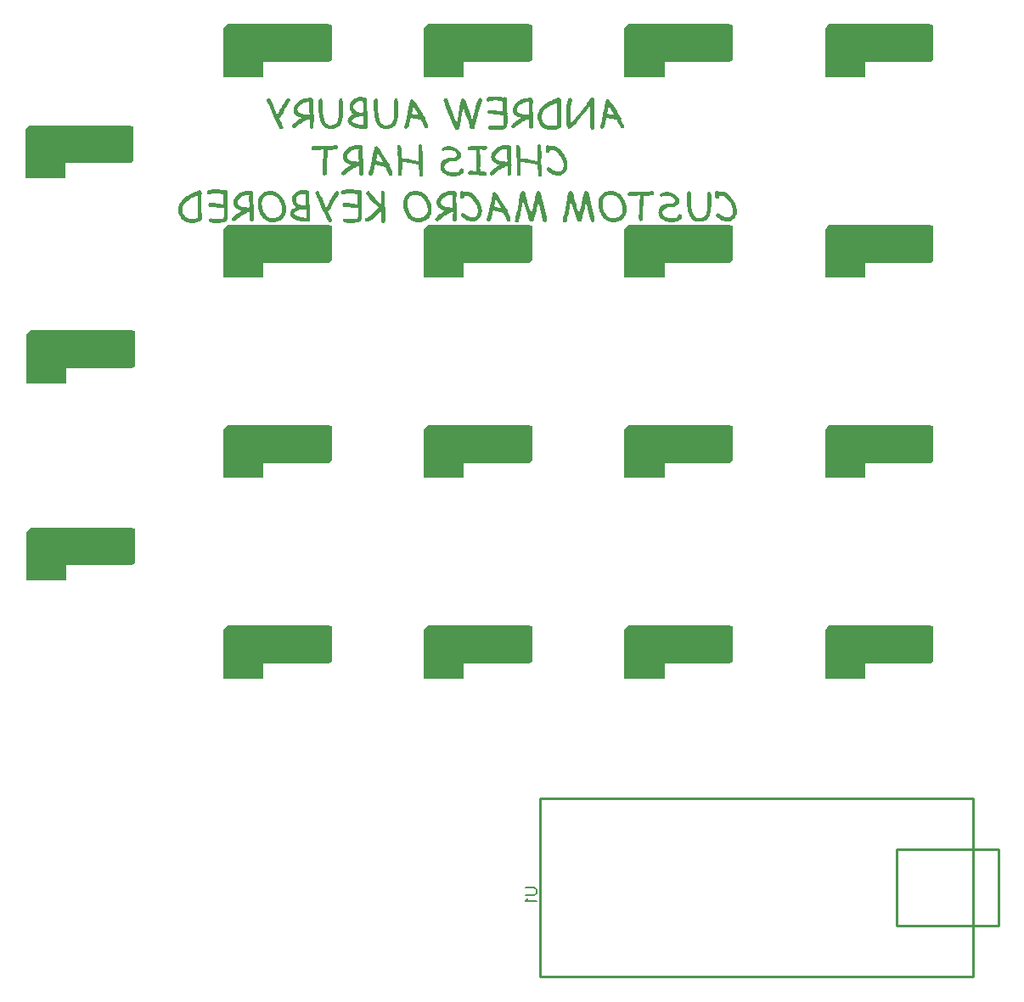
<source format=gbo>
G04 Layer: BottomSilkLayer*
G04 EasyEDA v6.4.14, 2021-01-27T18:33:08+00:00*
G04 23e06626385a4a67b6d4a1ad3893387d,b188a025bfda474f93bca2756d95531f,10*
G04 Gerber Generator version 0.2*
G04 Scale: 100 percent, Rotated: No, Reflected: No *
G04 Dimensions in millimeters *
G04 leading zeros omitted , absolute positions ,4 integer and 5 decimal *
%FSLAX45Y45*%
%MOMM*%

%ADD10C,0.2540*%
%ADD19C,0.1524*%

%LPD*%
G36*
X5116322Y8918956D02*
G01*
X5100929Y8918651D01*
X5086654Y8917686D01*
X5073396Y8916111D01*
X5061254Y8913876D01*
X5050129Y8911031D01*
X5040122Y8907526D01*
X5030216Y8900160D01*
X5026914Y8888730D01*
X5027218Y8884920D01*
X5028184Y8881313D01*
X5029758Y8877960D01*
X5031994Y8874760D01*
X5034991Y8871762D01*
X5038344Y8869629D01*
X5042103Y8868359D01*
X5046218Y8867902D01*
X5049012Y8868156D01*
X5063337Y8871813D01*
X5074208Y8874150D01*
X5084927Y8875979D01*
X5095544Y8877300D01*
X5106009Y8878062D01*
X5116322Y8878316D01*
X5133289Y8877655D01*
X5151628Y8875522D01*
X5161330Y8873845D01*
X5181904Y8869273D01*
X5192776Y8866378D01*
X5191455Y8854897D01*
X5190998Y8845804D01*
X5191353Y8825382D01*
X5192471Y8800338D01*
X5194300Y8770620D01*
X5077460Y8781897D01*
X5067604Y8782608D01*
X5061458Y8782812D01*
X5057292Y8782507D01*
X5053533Y8781491D01*
X5050078Y8779814D01*
X5046980Y8777478D01*
X5044338Y8774480D01*
X5042408Y8771026D01*
X5041290Y8767114D01*
X5040884Y8762746D01*
X5045456Y8748725D01*
X5059172Y8742680D01*
X5196840Y8730234D01*
X5198110Y8703564D01*
X5198618Y8680450D01*
X5198211Y8660892D01*
X5197043Y8645804D01*
X5195062Y8635238D01*
X5192268Y8629142D01*
X5182311Y8624976D01*
X5161534Y8623554D01*
X5085638Y8625179D01*
X5079796Y8625789D01*
X5072634Y8626906D01*
X5066893Y8627567D01*
X5064760Y8627618D01*
X5055666Y8626348D01*
X5049113Y8622487D01*
X5045252Y8616086D01*
X5043932Y8607044D01*
X5048097Y8593836D01*
X5060696Y8587232D01*
X5068062Y8586063D01*
X5077815Y8585149D01*
X5089956Y8584387D01*
X5121402Y8583523D01*
X5140706Y8583422D01*
X5159908Y8583879D01*
X5176621Y8585250D01*
X5190947Y8587486D01*
X5202783Y8590686D01*
X5212232Y8594750D01*
X5219192Y8599678D01*
X5223611Y8604808D01*
X5227421Y8611311D01*
X5230622Y8619286D01*
X5233263Y8628634D01*
X5235346Y8639454D01*
X5236819Y8651697D01*
X5237683Y8665362D01*
X5237988Y8680450D01*
X5237886Y8693556D01*
X5236870Y8723477D01*
X5235956Y8740140D01*
X5236870Y8742476D01*
X5237886Y8747302D01*
X5237988Y8749792D01*
X5237784Y8753144D01*
X5237073Y8756294D01*
X5236006Y8759240D01*
X5234432Y8761984D01*
X5232196Y8796629D01*
X5230825Y8824569D01*
X5230368Y8845804D01*
X5230876Y8854897D01*
X5233924Y8879738D01*
X5234432Y8888730D01*
X5233212Y8898991D01*
X5229504Y8906256D01*
X5223306Y8910675D01*
X5214620Y8912098D01*
X5210606Y8911742D01*
X5206898Y8910675D01*
X5203494Y8908846D01*
X5200396Y8906256D01*
X5188762Y8909253D01*
X5177485Y8911844D01*
X5166512Y8914079D01*
X5155946Y8915908D01*
X5145582Y8917279D01*
X5135473Y8918194D01*
X5125770Y8918803D01*
G37*
G36*
X3767328Y8912352D02*
G01*
X3755796Y8911691D01*
X3744468Y8909761D01*
X3733292Y8906459D01*
X3722268Y8901887D01*
X3711448Y8895943D01*
X3700779Y8888730D01*
X3689502Y8879332D01*
X3680307Y8869172D01*
X3673144Y8858351D01*
X3668064Y8846769D01*
X3664965Y8834475D01*
X3663950Y8821420D01*
X3702812Y8821420D01*
X3704082Y8830665D01*
X3707942Y8839555D01*
X3714394Y8848039D01*
X3723386Y8856218D01*
X3733952Y8863228D01*
X3744772Y8868257D01*
X3755898Y8871254D01*
X3767328Y8872220D01*
X3785463Y8871864D01*
X3797300Y8870696D01*
X3797808Y8836152D01*
X3801618Y8760206D01*
X3780129Y8758377D01*
X3771646Y8757920D01*
X3757472Y8759952D01*
X3744671Y8763711D01*
X3733190Y8769248D01*
X3723132Y8776462D01*
X3714242Y8785860D01*
X3707892Y8796477D01*
X3704082Y8808364D01*
X3702812Y8821420D01*
X3663950Y8821420D01*
X3664559Y8809126D01*
X3666388Y8797493D01*
X3669487Y8786520D01*
X3673805Y8776208D01*
X3679342Y8766606D01*
X3686098Y8757615D01*
X3694074Y8749334D01*
X3703320Y8741664D01*
X3689400Y8735263D01*
X3677412Y8728456D01*
X3667302Y8721293D01*
X3659124Y8713724D01*
X3652672Y8705951D01*
X3648100Y8697823D01*
X3645306Y8689289D01*
X3644392Y8680450D01*
X3683254Y8680450D01*
X3689553Y8690254D01*
X3708400Y8701278D01*
X3717747Y8705443D01*
X3726992Y8709050D01*
X3736187Y8712047D01*
X3745229Y8714486D01*
X3766058Y8717788D01*
X3781806Y8717280D01*
X3792778Y8717737D01*
X3804412Y8719058D01*
X3805377Y8695537D01*
X3805682Y8674608D01*
X3805682Y8633968D01*
X3789019Y8634882D01*
X3773424Y8636406D01*
X3758895Y8638489D01*
X3745382Y8641232D01*
X3732987Y8644534D01*
X3721608Y8648446D01*
X3708044Y8655253D01*
X3695192Y8664956D01*
X3689959Y8669731D01*
X3686251Y8673947D01*
X3684015Y8677503D01*
X3683254Y8680450D01*
X3644392Y8680450D01*
X3646017Y8668613D01*
X3650792Y8656980D01*
X3658819Y8645499D01*
X3670046Y8634222D01*
X3679139Y8626856D01*
X3688486Y8620506D01*
X3697935Y8615172D01*
X3707637Y8610854D01*
X3716782Y8607602D01*
X3726383Y8604656D01*
X3736492Y8602065D01*
X3747109Y8599830D01*
X3758184Y8597900D01*
X3769766Y8596376D01*
X3781806Y8595156D01*
X3794353Y8594293D01*
X3807409Y8593785D01*
X3820922Y8593582D01*
X3825087Y8594090D01*
X3829100Y8595563D01*
X3833063Y8598052D01*
X3836924Y8601456D01*
X3840276Y8605570D01*
X3842613Y8609685D01*
X3844086Y8613800D01*
X3844544Y8617966D01*
X3844442Y8685225D01*
X3843629Y8709355D01*
X3842054Y8738870D01*
X3837990Y8804097D01*
X3836924Y8827871D01*
X3836314Y8859672D01*
X3834637Y8891016D01*
X3833672Y8895537D01*
X3832250Y8899245D01*
X3830370Y8902039D01*
X3828034Y8903970D01*
X3814216Y8907678D01*
X3799535Y8910269D01*
X3783888Y8911844D01*
G37*
G36*
X5747258Y8909304D02*
G01*
X5736945Y8906002D01*
X5684621Y8881465D01*
X5680710Y8879840D01*
X5669686Y8875826D01*
X5659018Y8871407D01*
X5648655Y8866581D01*
X5638647Y8861348D01*
X5628944Y8855659D01*
X5619597Y8849614D01*
X5610555Y8843111D01*
X5601868Y8836202D01*
X5593486Y8828887D01*
X5585460Y8821166D01*
X5576620Y8811768D01*
X5568746Y8802116D01*
X5561736Y8792311D01*
X5555691Y8782354D01*
X5550611Y8772144D01*
X5546394Y8761831D01*
X5543143Y8751265D01*
X5540857Y8740546D01*
X5539435Y8729675D01*
X5539019Y8717534D01*
X5578856Y8717534D01*
X5579465Y8728506D01*
X5581294Y8739174D01*
X5584342Y8749487D01*
X5588558Y8759444D01*
X5594045Y8769096D01*
X5600700Y8778443D01*
X5608624Y8787485D01*
X5617718Y8796172D01*
X5628030Y8804503D01*
X5639562Y8812530D01*
X5645404Y8816136D01*
X5652871Y8820353D01*
X5672785Y8830513D01*
X5699252Y8843060D01*
X5732272Y8857996D01*
X5731256Y8801354D01*
X5730748Y8744712D01*
X5733796Y8637270D01*
X5732119Y8636406D01*
X5729732Y8634730D01*
X5720435Y8629650D01*
X5710072Y8625992D01*
X5698591Y8623808D01*
X5686044Y8623046D01*
X5671718Y8623452D01*
X5658764Y8624570D01*
X5647182Y8626500D01*
X5636920Y8629142D01*
X5628030Y8632596D01*
X5620512Y8636762D01*
X5611469Y8643823D01*
X5603443Y8652002D01*
X5596382Y8661349D01*
X5590286Y8671814D01*
X5585307Y8682888D01*
X5581700Y8694166D01*
X5579567Y8705748D01*
X5578856Y8717534D01*
X5539019Y8717534D01*
X5539435Y8707374D01*
X5540756Y8696401D01*
X5542991Y8685530D01*
X5546090Y8674862D01*
X5550103Y8664397D01*
X5554980Y8654034D01*
X5560568Y8644077D01*
X5566765Y8634730D01*
X5573623Y8626094D01*
X5581192Y8618169D01*
X5589320Y8610854D01*
X5598160Y8604250D01*
X5606186Y8599373D01*
X5615076Y8595156D01*
X5624779Y8591600D01*
X5635294Y8588654D01*
X5646674Y8586368D01*
X5658866Y8584742D01*
X5671921Y8583777D01*
X5685790Y8583422D01*
X5701080Y8584590D01*
X5718556Y8587994D01*
X5738114Y8594090D01*
X5752084Y8601710D01*
X5754116Y8601710D01*
X5758129Y8602116D01*
X5761837Y8603234D01*
X5765241Y8605164D01*
X5768340Y8607806D01*
X5770778Y8610904D01*
X5772505Y8614308D01*
X5773572Y8618016D01*
X5773928Y8622030D01*
X5773470Y8647938D01*
X5770626Y8720074D01*
X5770118Y8745982D01*
X5770575Y8786774D01*
X5771540Y8842806D01*
X5771896Y8883650D01*
X5771388Y8887663D01*
X5769864Y8891778D01*
X5767324Y8896045D01*
X5763768Y8900414D01*
X5759602Y8904325D01*
X5755436Y8907119D01*
X5751322Y8908745D01*
G37*
G36*
X6081776Y8908288D02*
G01*
X6076137Y8906865D01*
X6069990Y8902598D01*
X6063183Y8895435D01*
X6055868Y8885428D01*
X6039815Y8861653D01*
X6024270Y8839301D01*
X6009335Y8818270D01*
X5994908Y8798661D01*
X5981039Y8780373D01*
X5967730Y8763508D01*
X5951880Y8744458D01*
X5935573Y8725662D01*
X5918758Y8707120D01*
X5901486Y8688933D01*
X5883656Y8670950D01*
X5865368Y8653272D01*
X5865063Y8657996D01*
X5865063Y8670442D01*
X5865876Y8703056D01*
X5866130Y8736228D01*
X5866942Y8766556D01*
X5868263Y8794089D01*
X5870092Y8818829D01*
X5872480Y8840724D01*
X5874308Y8848445D01*
X5879592Y8867648D01*
X5880862Y8873236D01*
X5881624Y8878062D01*
X5881878Y8882126D01*
X5880557Y8892133D01*
X5876645Y8899296D01*
X5870143Y8903563D01*
X5861050Y8904986D01*
X5855563Y8904122D01*
X5850585Y8901480D01*
X5846064Y8897010D01*
X5842000Y8890812D01*
X5838444Y8882837D01*
X5835345Y8873083D01*
X5832703Y8861552D01*
X5830570Y8848242D01*
X5828893Y8833154D01*
X5827725Y8816289D01*
X5827014Y8797645D01*
X5826760Y8769350D01*
X5827776Y8646668D01*
X5828588Y8634120D01*
X5831078Y8615172D01*
X5837885Y8600338D01*
X5852160Y8595360D01*
X5863894Y8598916D01*
X5877814Y8609584D01*
X5892596Y8623909D01*
X5907786Y8639352D01*
X5923330Y8655913D01*
X5939282Y8673541D01*
X5955588Y8692337D01*
X5972302Y8712200D01*
X5989421Y8733180D01*
X6006896Y8755278D01*
X6024778Y8778544D01*
X6043066Y8802878D01*
X6061710Y8828278D01*
X6062726Y8783574D01*
X6063234Y8738616D01*
X6061964Y8640318D01*
X6062522Y8624214D01*
X6064250Y8611006D01*
X6067094Y8600694D01*
X6071108Y8593378D01*
X6076238Y8588959D01*
X6082538Y8587486D01*
X6087618Y8587943D01*
X6092139Y8589213D01*
X6096101Y8591346D01*
X6099556Y8594344D01*
X6102096Y8597544D01*
X6103924Y8601049D01*
X6105042Y8604808D01*
X6105398Y8608822D01*
X6105093Y8619337D01*
X6103162Y8648598D01*
X6102604Y8674100D01*
X6101283Y8716772D01*
X6101130Y8739327D01*
X6102045Y8783523D01*
X6102350Y8810498D01*
X6102908Y8825941D01*
X6106515Y8868918D01*
X6107176Y8884412D01*
X6106668Y8888780D01*
X6105194Y8892997D01*
X6102756Y8897061D01*
X6099302Y8900922D01*
X6095238Y8904173D01*
X6090970Y8906459D01*
X6086500Y8907830D01*
G37*
G36*
X3276854Y8905494D02*
G01*
X3229356Y8901684D01*
X3216402Y8899652D01*
X3204514Y8896756D01*
X3193694Y8893048D01*
X3183890Y8888476D01*
X3171139Y8881313D01*
X3159506Y8873845D01*
X3148990Y8866124D01*
X3139592Y8858148D01*
X3131261Y8849918D01*
X3124047Y8841435D01*
X3118002Y8832697D01*
X3112973Y8823706D01*
X3109112Y8814460D01*
X3106369Y8804910D01*
X3104692Y8795156D01*
X3104134Y8785098D01*
X3143758Y8785098D01*
X3144621Y8794140D01*
X3147212Y8802979D01*
X3151530Y8811615D01*
X3157524Y8819997D01*
X3165297Y8828176D01*
X3174746Y8836152D01*
X3184398Y8842857D01*
X3194151Y8848547D01*
X3204108Y8853170D01*
X3214166Y8856827D01*
X3224326Y8859469D01*
X3234690Y8861044D01*
X3263900Y8863330D01*
X3261207Y8832697D01*
X3260445Y8820759D01*
X3260496Y8807500D01*
X3260953Y8798204D01*
X3262884Y8776716D01*
X3267202Y8737346D01*
X3251504Y8737142D01*
X3233877Y8737498D01*
X3219196Y8738616D01*
X3205937Y8740495D01*
X3194050Y8743086D01*
X3183585Y8746439D01*
X3174492Y8750554D01*
X3163976Y8757564D01*
X3154172Y8766302D01*
X3149600Y8771686D01*
X3146348Y8776614D01*
X3144418Y8781084D01*
X3143758Y8785098D01*
X3104134Y8785098D01*
X3104896Y8775293D01*
X3107131Y8765895D01*
X3110941Y8756853D01*
X3116224Y8748217D01*
X3123031Y8739936D01*
X3131312Y8732012D01*
X3142894Y8723426D01*
X3155899Y8715908D01*
X3170224Y8709456D01*
X3185922Y8704072D01*
X3173984Y8697468D01*
X3162655Y8690762D01*
X3151936Y8684006D01*
X3141878Y8677148D01*
X3132378Y8670239D01*
X3123539Y8663279D01*
X3115259Y8656269D01*
X3107639Y8649157D01*
X3100628Y8641994D01*
X3094228Y8634730D01*
X3091992Y8631529D01*
X3090418Y8628227D01*
X3089452Y8624773D01*
X3089148Y8621268D01*
X3089554Y8617356D01*
X3090672Y8613648D01*
X3092602Y8610244D01*
X3095244Y8607044D01*
X3098292Y8604300D01*
X3101644Y8602319D01*
X3105302Y8601100D01*
X3109214Y8600694D01*
X3112922Y8601100D01*
X3116529Y8602319D01*
X3119932Y8604300D01*
X3123184Y8607044D01*
X3132582Y8616086D01*
X3142132Y8624620D01*
X3151835Y8632748D01*
X3161690Y8640470D01*
X3171647Y8647734D01*
X3181807Y8654592D01*
X3192068Y8660993D01*
X3202533Y8666937D01*
X3213100Y8672474D01*
X3223818Y8677605D01*
X3234690Y8682278D01*
X3245713Y8686495D01*
X3256889Y8690305D01*
X3268217Y8693658D01*
X3266440Y8655050D01*
X3265678Y8616442D01*
X3266033Y8612327D01*
X3267100Y8608517D01*
X3268827Y8605062D01*
X3271265Y8601964D01*
X3274212Y8599424D01*
X3277565Y8597595D01*
X3281222Y8596528D01*
X3285236Y8596122D01*
X3289249Y8596528D01*
X3292906Y8597595D01*
X3296259Y8599424D01*
X3299206Y8601964D01*
X3301746Y8605062D01*
X3303574Y8608517D01*
X3304692Y8612327D01*
X3305048Y8616442D01*
X3305352Y8635746D01*
X3307486Y8689797D01*
X3307842Y8709152D01*
X3307587Y8719312D01*
X3306876Y8731656D01*
X3305708Y8746236D01*
X3302254Y8779814D01*
X3300984Y8794394D01*
X3300222Y8806738D01*
X3299968Y8816848D01*
X3300476Y8829243D01*
X3303320Y8863787D01*
X3303778Y8876284D01*
X3303371Y8881719D01*
X3302203Y8886799D01*
X3300222Y8891473D01*
X3297428Y8895842D01*
X3288588Y8903462D01*
G37*
G36*
X5464810Y8905494D02*
G01*
X5417312Y8901684D01*
X5404358Y8899652D01*
X5392470Y8896756D01*
X5381650Y8893048D01*
X5371846Y8888476D01*
X5359095Y8881313D01*
X5347462Y8873845D01*
X5336946Y8866124D01*
X5327548Y8858148D01*
X5319217Y8849918D01*
X5312054Y8841435D01*
X5305958Y8832697D01*
X5300929Y8823706D01*
X5297068Y8814460D01*
X5294325Y8804910D01*
X5292648Y8795156D01*
X5292090Y8785098D01*
X5331714Y8785098D01*
X5332577Y8794140D01*
X5335168Y8802979D01*
X5339537Y8811615D01*
X5345582Y8819997D01*
X5353405Y8828176D01*
X5362956Y8836152D01*
X5372506Y8842857D01*
X5382209Y8848547D01*
X5392115Y8853170D01*
X5402122Y8856827D01*
X5412333Y8859469D01*
X5422646Y8861044D01*
X5451856Y8863330D01*
X5449265Y8832697D01*
X5448655Y8820759D01*
X5448706Y8807500D01*
X5449163Y8798204D01*
X5451094Y8776716D01*
X5455158Y8737346D01*
X5439562Y8737142D01*
X5421833Y8737498D01*
X5407202Y8738616D01*
X5393944Y8740495D01*
X5382107Y8743086D01*
X5371693Y8746439D01*
X5362702Y8750554D01*
X5352084Y8757564D01*
X5342128Y8766302D01*
X5337556Y8771686D01*
X5334304Y8776614D01*
X5332374Y8781084D01*
X5331714Y8785098D01*
X5292090Y8785098D01*
X5292852Y8775293D01*
X5295087Y8765895D01*
X5298897Y8756853D01*
X5304180Y8748217D01*
X5310987Y8739936D01*
X5319268Y8732012D01*
X5330850Y8723426D01*
X5343855Y8715908D01*
X5358180Y8709456D01*
X5373878Y8704072D01*
X5361940Y8697468D01*
X5350611Y8690762D01*
X5339943Y8684006D01*
X5329885Y8677148D01*
X5320436Y8670239D01*
X5311597Y8663279D01*
X5303367Y8656269D01*
X5295747Y8649157D01*
X5288788Y8641994D01*
X5282438Y8634730D01*
X5280202Y8631529D01*
X5278628Y8628227D01*
X5277662Y8624773D01*
X5277358Y8621268D01*
X5277713Y8617356D01*
X5278831Y8613648D01*
X5280660Y8610244D01*
X5283200Y8607044D01*
X5286400Y8604300D01*
X5289804Y8602319D01*
X5293461Y8601100D01*
X5297424Y8600694D01*
X5301081Y8601100D01*
X5304586Y8602319D01*
X5308041Y8604300D01*
X5311394Y8607044D01*
X5320741Y8616086D01*
X5330291Y8624620D01*
X5339943Y8632748D01*
X5349748Y8640470D01*
X5359704Y8647734D01*
X5369814Y8654592D01*
X5380126Y8660993D01*
X5390540Y8666937D01*
X5401106Y8672474D01*
X5411825Y8677605D01*
X5422646Y8682278D01*
X5433669Y8686495D01*
X5444845Y8690305D01*
X5456174Y8693658D01*
X5454650Y8655050D01*
X5453634Y8616442D01*
X5453989Y8612327D01*
X5455056Y8608517D01*
X5456783Y8605062D01*
X5459222Y8601964D01*
X5462219Y8599424D01*
X5465572Y8597595D01*
X5469331Y8596528D01*
X5473446Y8596122D01*
X5477459Y8596528D01*
X5481116Y8597595D01*
X5484469Y8599424D01*
X5487416Y8601964D01*
X5489854Y8605062D01*
X5491581Y8608517D01*
X5492648Y8612327D01*
X5493004Y8616442D01*
X5493359Y8635746D01*
X5495645Y8689797D01*
X5496052Y8709152D01*
X5495798Y8719312D01*
X5495036Y8731656D01*
X5493766Y8746236D01*
X5490311Y8779814D01*
X5489143Y8794394D01*
X5488432Y8806738D01*
X5488178Y8816848D01*
X5488635Y8829243D01*
X5491276Y8863787D01*
X5491734Y8876284D01*
X5491327Y8881719D01*
X5490210Y8886799D01*
X5488330Y8891473D01*
X5485638Y8895842D01*
X5476595Y8903462D01*
G37*
G36*
X4965700Y8903462D02*
G01*
X4954473Y8900007D01*
X4946142Y8889492D01*
X4943906Y8884310D01*
X4936642Y8863838D01*
X4928768Y8839504D01*
X4922926Y8819896D01*
X4917135Y8798407D01*
X4911394Y8775090D01*
X4889500Y8675878D01*
X4881067Y8696248D01*
X4872634Y8718346D01*
X4864201Y8742121D01*
X4855768Y8767572D01*
X4836160Y8830919D01*
X4831740Y8844076D01*
X4828032Y8853932D01*
X4822139Y8867292D01*
X4816297Y8878214D01*
X4810506Y8886698D01*
X4804765Y8892794D01*
X4799126Y8896451D01*
X4793488Y8897620D01*
X4781753Y8894165D01*
X4773930Y8883650D01*
X4771542Y8876690D01*
X4769205Y8867140D01*
X4766818Y8854948D01*
X4764430Y8840216D01*
X4762093Y8822842D01*
X4759706Y8802878D01*
X4756404Y8779916D01*
X4751933Y8754008D01*
X4746244Y8725154D01*
X4729226Y8647938D01*
X4713173Y8687765D01*
X4694936Y8734907D01*
X4663440Y8819388D01*
X4661966Y8823909D01*
X4656988Y8842451D01*
X4653534Y8856472D01*
X4650587Y8867394D01*
X4647234Y8876995D01*
X4643577Y8885326D01*
X4639564Y8892286D01*
X4635754Y8897061D01*
X4631385Y8900515D01*
X4626457Y8902547D01*
X4621022Y8903208D01*
X4612335Y8901988D01*
X4606137Y8898331D01*
X4602429Y8892235D01*
X4601210Y8883650D01*
X4601616Y8881110D01*
X4602784Y8876944D01*
X4615434Y8842502D01*
X4626102Y8807450D01*
X4684522Y8665464D01*
X4691227Y8647430D01*
X4700574Y8624722D01*
X4712462Y8597392D01*
X4721301Y8587486D01*
X4733544Y8584184D01*
X4737963Y8584539D01*
X4742129Y8585454D01*
X4745990Y8587079D01*
X4749546Y8589264D01*
X4753000Y8592362D01*
X4755438Y8595817D01*
X4756912Y8599627D01*
X4757420Y8603742D01*
X4761585Y8615121D01*
X4764836Y8625433D01*
X4767275Y8634577D01*
X4787544Y8744508D01*
X4792776Y8775141D01*
X4796536Y8801201D01*
X4797806Y8812530D01*
X4804918Y8787333D01*
X4812233Y8763711D01*
X4819751Y8741664D01*
X4827473Y8721191D01*
X4835398Y8702294D01*
X4842713Y8685580D01*
X4849164Y8670137D01*
X4854651Y8655913D01*
X4859223Y8642959D01*
X4862880Y8631224D01*
X4865624Y8620760D01*
X4864506Y8618524D01*
X4863693Y8616289D01*
X4863236Y8614054D01*
X4863084Y8611870D01*
X4863592Y8607653D01*
X4865065Y8603843D01*
X4867503Y8600389D01*
X4870958Y8597392D01*
X4874666Y8595055D01*
X4878578Y8593429D01*
X4882794Y8592413D01*
X4887214Y8592058D01*
X4898898Y8593531D01*
X4907229Y8598001D01*
X4912207Y8605367D01*
X4913884Y8615680D01*
X4919980Y8640826D01*
X4941316Y8737346D01*
X4946142Y8754821D01*
X4951933Y8774582D01*
X4966512Y8821267D01*
X4985004Y8877300D01*
X4986172Y8881465D01*
X4986528Y8885174D01*
X4985207Y8893200D01*
X4981295Y8898890D01*
X4974793Y8902344D01*
G37*
G36*
X3051556Y8902446D02*
G01*
X3046933Y8901887D01*
X3042666Y8900109D01*
X3038805Y8897162D01*
X3035300Y8893048D01*
X3019552Y8868664D01*
X3002280Y8842857D01*
X2992120Y8826754D01*
X2985160Y8814816D01*
X2978962Y8803335D01*
X2973578Y8792362D01*
X2964891Y8772855D01*
X2958896Y8762390D01*
X2951073Y8750503D01*
X2941320Y8737092D01*
X2896108Y8846820D01*
X2887014Y8864193D01*
X2875026Y8888730D01*
X2867660Y8898839D01*
X2856738Y8902192D01*
X2852877Y8901887D01*
X2849270Y8900820D01*
X2845765Y8899093D01*
X2842514Y8896604D01*
X2839872Y8893759D01*
X2837942Y8890457D01*
X2836773Y8886748D01*
X2836418Y8882634D01*
X2839008Y8871102D01*
X2846832Y8854694D01*
X2852420Y8845296D01*
X2859532Y8831834D01*
X2893314Y8748014D01*
X2902966Y8725255D01*
X2912364Y8703970D01*
X2921508Y8684107D01*
X2930398Y8665718D01*
X2954782Y8621776D01*
X2965450Y8600694D01*
X2968904Y8595715D01*
X2973019Y8592159D01*
X2977692Y8589975D01*
X2982976Y8589264D01*
X2986684Y8589619D01*
X2990291Y8590686D01*
X2993694Y8592413D01*
X2996946Y8594852D01*
X2999587Y8597950D01*
X3001518Y8601354D01*
X3002635Y8605062D01*
X3003042Y8609076D01*
X3001873Y8614206D01*
X2998470Y8622893D01*
X2992729Y8635136D01*
X2984754Y8650986D01*
X2960370Y8695436D01*
X2971444Y8710066D01*
X2981147Y8723630D01*
X2989427Y8736076D01*
X2996387Y8747506D01*
X3001924Y8757818D01*
X3011271Y8778697D01*
X3017926Y8791448D01*
X3026003Y8805367D01*
X3035554Y8820404D01*
X3058109Y8854440D01*
X3068828Y8871712D01*
X3070148Y8874404D01*
X3071114Y8877046D01*
X3071672Y8879738D01*
X3071876Y8882380D01*
X3071469Y8886444D01*
X3070301Y8890152D01*
X3068320Y8893556D01*
X3065526Y8896604D01*
X3062376Y8899194D01*
X3058972Y8901023D01*
X3055366Y8902090D01*
G37*
G36*
X3374390Y8898890D02*
G01*
X3365855Y8897213D01*
X3359708Y8892184D01*
X3356051Y8883751D01*
X3354832Y8871966D01*
X3354578Y8847582D01*
X3354730Y8807196D01*
X3355187Y8791803D01*
X3355949Y8776970D01*
X3356965Y8762695D01*
X3358337Y8749030D01*
X3360013Y8735923D01*
X3361944Y8723426D01*
X3364179Y8711488D01*
X3366770Y8700160D01*
X3369614Y8689390D01*
X3372764Y8679230D01*
X3376218Y8669629D01*
X3379978Y8660587D01*
X3384042Y8652154D01*
X3388410Y8644280D01*
X3393084Y8637016D01*
X3398012Y8630310D01*
X3403295Y8624214D01*
X3408832Y8618677D01*
X3414725Y8613749D01*
X3420872Y8609380D01*
X3427323Y8605621D01*
X3434079Y8602421D01*
X3441141Y8599779D01*
X3448507Y8597747D01*
X3456178Y8596274D01*
X3464153Y8595410D01*
X3472434Y8595106D01*
X3487267Y8595664D01*
X3501085Y8597341D01*
X3513988Y8600084D01*
X3525926Y8603945D01*
X3536848Y8608923D01*
X3546805Y8614968D01*
X3555847Y8622182D01*
X3563874Y8630412D01*
X3569665Y8637930D01*
X3574948Y8646261D01*
X3579622Y8655456D01*
X3583736Y8665464D01*
X3587292Y8676386D01*
X3590290Y8688171D01*
X3592728Y8700770D01*
X3594608Y8714232D01*
X3595827Y8729827D01*
X3596690Y8751671D01*
X3597249Y8779713D01*
X3597401Y8814054D01*
X3597148Y8838895D01*
X3596386Y8858504D01*
X3594862Y8873845D01*
X3592829Y8883650D01*
X3585870Y8894318D01*
X3575050Y8897874D01*
X3567176Y8895791D01*
X3561537Y8889593D01*
X3558133Y8879179D01*
X3557015Y8864600D01*
X3557015Y8749030D01*
X3556711Y8734602D01*
X3555695Y8721090D01*
X3554069Y8708491D01*
X3551783Y8696807D01*
X3548837Y8686088D01*
X3545281Y8676284D01*
X3541014Y8667445D01*
X3536137Y8659520D01*
X3530600Y8652510D01*
X3524351Y8646464D01*
X3517493Y8641334D01*
X3510026Y8637117D01*
X3501847Y8633866D01*
X3493058Y8631529D01*
X3483559Y8630158D01*
X3473450Y8629650D01*
X3466490Y8630107D01*
X3459835Y8631326D01*
X3453485Y8633409D01*
X3447491Y8636304D01*
X3441852Y8640064D01*
X3436467Y8644636D01*
X3431438Y8650020D01*
X3426764Y8656218D01*
X3422345Y8663279D01*
X3418332Y8671204D01*
X3414572Y8679891D01*
X3411169Y8689441D01*
X3408121Y8699804D01*
X3405327Y8711031D01*
X3402888Y8723071D01*
X3400806Y8735923D01*
X3399028Y8749639D01*
X3397554Y8764168D01*
X3396437Y8779510D01*
X3395624Y8795715D01*
X3395116Y8812733D01*
X3394964Y8849868D01*
X3395218Y8865616D01*
X3394964Y8871559D01*
X3394151Y8877046D01*
X3392779Y8882227D01*
X3390900Y8886952D01*
X3387750Y8892184D01*
X3383991Y8895943D01*
X3379520Y8898178D01*
G37*
G36*
X3925570Y8898890D02*
G01*
X3917035Y8897213D01*
X3910888Y8892184D01*
X3907231Y8883751D01*
X3906012Y8871966D01*
X3905758Y8847582D01*
X3905910Y8807196D01*
X3906367Y8791803D01*
X3907129Y8776970D01*
X3908145Y8762695D01*
X3909517Y8749030D01*
X3911193Y8735923D01*
X3913124Y8723426D01*
X3915359Y8711488D01*
X3917950Y8700160D01*
X3920794Y8689390D01*
X3923944Y8679230D01*
X3927398Y8669629D01*
X3931158Y8660587D01*
X3935222Y8652154D01*
X3939590Y8644280D01*
X3944264Y8637016D01*
X3949192Y8630310D01*
X3954475Y8624214D01*
X3960012Y8618677D01*
X3965905Y8613749D01*
X3972051Y8609380D01*
X3978503Y8605621D01*
X3985260Y8602421D01*
X3992321Y8599779D01*
X3999687Y8597747D01*
X4007358Y8596274D01*
X4015333Y8595410D01*
X4023614Y8595106D01*
X4038498Y8595664D01*
X4052366Y8597341D01*
X4065270Y8600084D01*
X4077208Y8603945D01*
X4088129Y8608923D01*
X4098086Y8614968D01*
X4107078Y8622182D01*
X4115054Y8630412D01*
X4120845Y8637930D01*
X4126128Y8646261D01*
X4130801Y8655456D01*
X4134916Y8665464D01*
X4138472Y8676386D01*
X4141470Y8688171D01*
X4143908Y8700770D01*
X4145787Y8714232D01*
X4147108Y8729827D01*
X4148074Y8751671D01*
X4148632Y8779713D01*
X4148836Y8814054D01*
X4148531Y8838895D01*
X4147565Y8858504D01*
X4146042Y8873845D01*
X4144010Y8883650D01*
X4137151Y8894318D01*
X4126229Y8897874D01*
X4118356Y8895791D01*
X4112717Y8889593D01*
X4109313Y8879179D01*
X4108196Y8864600D01*
X4108196Y8749030D01*
X4107891Y8734602D01*
X4106875Y8721090D01*
X4105249Y8708491D01*
X4102963Y8696807D01*
X4100017Y8686088D01*
X4096461Y8676284D01*
X4092194Y8667445D01*
X4087317Y8659520D01*
X4081779Y8652510D01*
X4075531Y8646464D01*
X4068673Y8641334D01*
X4061206Y8637117D01*
X4053027Y8633866D01*
X4044238Y8631529D01*
X4034739Y8630158D01*
X4024629Y8629650D01*
X4017670Y8630107D01*
X4011015Y8631326D01*
X4004665Y8633409D01*
X3998671Y8636304D01*
X3993032Y8640064D01*
X3987647Y8644636D01*
X3982618Y8650020D01*
X3977944Y8656218D01*
X3973525Y8663279D01*
X3969512Y8671204D01*
X3965752Y8679891D01*
X3962349Y8689441D01*
X3959301Y8699804D01*
X3956507Y8711031D01*
X3954068Y8723071D01*
X3951986Y8735923D01*
X3950208Y8749639D01*
X3948734Y8764168D01*
X3947617Y8779510D01*
X3946804Y8795715D01*
X3946296Y8812733D01*
X3946144Y8849868D01*
X3946398Y8865616D01*
X3946144Y8871559D01*
X3945331Y8877046D01*
X3943959Y8882227D01*
X3942079Y8886952D01*
X3938930Y8892184D01*
X3935171Y8895943D01*
X3930700Y8898178D01*
G37*
G36*
X4288028Y8894064D02*
G01*
X4280763Y8892743D01*
X4274820Y8888628D01*
X4270095Y8881821D01*
X4266692Y8872220D01*
X4254246Y8806180D01*
X4241402Y8745982D01*
X4281678Y8745982D01*
X4297680Y8822182D01*
X4353814Y8731250D01*
X4335322Y8735618D01*
X4311243Y8740546D01*
X4281678Y8745982D01*
X4241402Y8745982D01*
X4225036Y8669274D01*
X4213606Y8638286D01*
X4211167Y8630970D01*
X4209440Y8624976D01*
X4208373Y8620302D01*
X4208018Y8616950D01*
X4208424Y8612936D01*
X4209542Y8609228D01*
X4211472Y8605824D01*
X4214114Y8602726D01*
X4217263Y8600287D01*
X4220667Y8598560D01*
X4224274Y8597493D01*
X4228084Y8597138D01*
X4233976Y8598458D01*
X4239615Y8602319D01*
X4245000Y8608771D01*
X4250080Y8617813D01*
X4254957Y8629446D01*
X4259580Y8643620D01*
X4262272Y8654084D01*
X4265320Y8667902D01*
X4268622Y8685072D01*
X4272280Y8705596D01*
X4283100Y8703970D01*
X4309364Y8698992D01*
X4377436Y8684768D01*
X4381042Y8675573D01*
X4390644Y8653170D01*
X4403394Y8625433D01*
X4410964Y8609584D01*
X4414418Y8604707D01*
X4418431Y8601202D01*
X4423054Y8599119D01*
X4428236Y8598408D01*
X4432046Y8598814D01*
X4435652Y8599881D01*
X4439056Y8601710D01*
X4442206Y8604250D01*
X4444847Y8607247D01*
X4446778Y8610549D01*
X4447895Y8614206D01*
X4448302Y8618220D01*
X4447489Y8622893D01*
X4445000Y8630513D01*
X4440885Y8641029D01*
X4435094Y8654491D01*
X4427677Y8670848D01*
X4418584Y8690102D01*
X4420006Y8692845D01*
X4421073Y8695791D01*
X4421682Y8698839D01*
X4421886Y8702040D01*
X4417110Y8715146D01*
X4402836Y8722360D01*
X4390796Y8744254D01*
X4377334Y8767724D01*
X4362348Y8792768D01*
X4345940Y8819388D01*
X4334865Y8836914D01*
X4324908Y8852103D01*
X4316018Y8864904D01*
X4308195Y8875420D01*
X4301540Y8883599D01*
X4295952Y8889441D01*
X4291431Y8892895D01*
G37*
G36*
X6240018Y8894064D02*
G01*
X6232855Y8892743D01*
X6226962Y8888628D01*
X6222187Y8881821D01*
X6218682Y8872220D01*
X6206236Y8806180D01*
X6193392Y8745982D01*
X6233668Y8745982D01*
X6249670Y8822182D01*
X6305804Y8731250D01*
X6287312Y8735618D01*
X6263233Y8740546D01*
X6233668Y8745982D01*
X6193392Y8745982D01*
X6177026Y8669274D01*
X6163310Y8630970D01*
X6161481Y8624976D01*
X6160363Y8620302D01*
X6160008Y8616950D01*
X6160414Y8612936D01*
X6161532Y8609228D01*
X6163462Y8605824D01*
X6166104Y8602726D01*
X6169253Y8600287D01*
X6172657Y8598560D01*
X6176264Y8597493D01*
X6180074Y8597138D01*
X6185966Y8598458D01*
X6191605Y8602319D01*
X6196990Y8608771D01*
X6202070Y8617813D01*
X6206947Y8629446D01*
X6211570Y8643620D01*
X6214262Y8654084D01*
X6217361Y8667902D01*
X6220764Y8685072D01*
X6224524Y8705596D01*
X6235293Y8703970D01*
X6261506Y8698992D01*
X6329426Y8684768D01*
X6333032Y8675573D01*
X6342634Y8653170D01*
X6355384Y8625433D01*
X6362954Y8609584D01*
X6366408Y8604707D01*
X6370472Y8601202D01*
X6375044Y8599119D01*
X6380226Y8598408D01*
X6384036Y8598814D01*
X6387642Y8599881D01*
X6391046Y8601710D01*
X6394196Y8604250D01*
X6396837Y8607247D01*
X6398768Y8610549D01*
X6399885Y8614206D01*
X6400292Y8618220D01*
X6399479Y8622893D01*
X6396990Y8630513D01*
X6392875Y8641029D01*
X6387084Y8654491D01*
X6379667Y8670848D01*
X6370574Y8690102D01*
X6372148Y8692845D01*
X6373215Y8695791D01*
X6373926Y8698839D01*
X6374130Y8702040D01*
X6369304Y8715146D01*
X6354826Y8722360D01*
X6342786Y8744254D01*
X6329324Y8767724D01*
X6314338Y8792768D01*
X6297930Y8819388D01*
X6286855Y8836914D01*
X6276898Y8852103D01*
X6268008Y8864904D01*
X6260236Y8875420D01*
X6253530Y8883599D01*
X6247942Y8889441D01*
X6243421Y8892895D01*
G37*
G36*
X4370324Y8439150D02*
G01*
X4366412Y8438845D01*
X4362907Y8437778D01*
X4359706Y8436051D01*
X4356862Y8433562D01*
X4354423Y8430615D01*
X4352696Y8427364D01*
X4351629Y8423757D01*
X4351274Y8419846D01*
X4351782Y8400186D01*
X4355033Y8345068D01*
X4355592Y8325358D01*
X4354322Y8275574D01*
X4269740Y8291575D01*
X4253331Y8294471D01*
X4237837Y8296859D01*
X4223207Y8298789D01*
X4209440Y8300161D01*
X4196588Y8301075D01*
X4184650Y8301481D01*
X4183379Y8323478D01*
X4182618Y8351723D01*
X4182364Y8386318D01*
X4181144Y8401405D01*
X4177537Y8416544D01*
X4169664Y8432393D01*
X4159250Y8437626D01*
X4155541Y8437321D01*
X4152087Y8436305D01*
X4148836Y8434628D01*
X4145787Y8432292D01*
X4143248Y8429345D01*
X4141419Y8426094D01*
X4140301Y8422487D01*
X4139946Y8418576D01*
X4140403Y8415020D01*
X4142943Y8405926D01*
X4143806Y8400389D01*
X4144365Y8393836D01*
X4144518Y8383066D01*
X4143806Y8354568D01*
X4143959Y8340191D01*
X4145737Y8310829D01*
X4148886Y8274253D01*
X4150004Y8258403D01*
X4150664Y8244941D01*
X4150868Y8233918D01*
X4150309Y8215223D01*
X4146854Y8162747D01*
X4146296Y8144002D01*
X4146651Y8140141D01*
X4147718Y8136534D01*
X4149445Y8133283D01*
X4151884Y8130286D01*
X4154728Y8127847D01*
X4157929Y8126120D01*
X4161434Y8125053D01*
X4165346Y8124698D01*
X4169156Y8125053D01*
X4172661Y8126120D01*
X4175861Y8127847D01*
X4178808Y8130286D01*
X4181144Y8133283D01*
X4182821Y8136534D01*
X4183786Y8140141D01*
X4184142Y8144002D01*
X4184700Y8162747D01*
X4187951Y8215223D01*
X4188460Y8233918D01*
X4188206Y8248345D01*
X4187444Y8263128D01*
X4199128Y8262670D01*
X4211726Y8261705D01*
X4225137Y8260232D01*
X4239463Y8258302D01*
X4254703Y8255863D01*
X4270756Y8252968D01*
X4353560Y8236712D01*
X4353763Y8227009D01*
X4354423Y8215375D01*
X4355541Y8201863D01*
X4358690Y8171129D01*
X4359808Y8157616D01*
X4360468Y8145983D01*
X4360672Y8136128D01*
X4361027Y8132267D01*
X4361992Y8128660D01*
X4363669Y8125409D01*
X4366006Y8122412D01*
X4368850Y8119973D01*
X4372051Y8118246D01*
X4375556Y8117179D01*
X4379468Y8116824D01*
X4383379Y8117179D01*
X4386884Y8118246D01*
X4390085Y8119973D01*
X4392930Y8122412D01*
X4395368Y8125409D01*
X4397095Y8128660D01*
X4398162Y8132267D01*
X4398518Y8136128D01*
X4398314Y8147862D01*
X4397654Y8162137D01*
X4396536Y8178952D01*
X4393387Y8217814D01*
X4391609Y8248903D01*
X4391406Y8260588D01*
X4391660Y8274253D01*
X4392980Y8312505D01*
X4393184Y8326120D01*
X4392676Y8345678D01*
X4389628Y8400237D01*
X4389120Y8419846D01*
X4388764Y8423757D01*
X4387799Y8427364D01*
X4386122Y8430615D01*
X4383786Y8433562D01*
X4380941Y8436051D01*
X4377740Y8437778D01*
X4374235Y8438845D01*
G37*
G36*
X5553710Y8439150D02*
G01*
X5549798Y8438845D01*
X5546293Y8437778D01*
X5543092Y8436051D01*
X5540248Y8433562D01*
X5537809Y8430615D01*
X5536031Y8427364D01*
X5535015Y8423757D01*
X5534660Y8419846D01*
X5535218Y8400186D01*
X5538470Y8345068D01*
X5538978Y8325358D01*
X5537708Y8275574D01*
X5453380Y8291575D01*
X5436920Y8294471D01*
X5421325Y8296859D01*
X5406644Y8298789D01*
X5392877Y8300161D01*
X5380024Y8301075D01*
X5368036Y8301481D01*
X5366766Y8323478D01*
X5366004Y8351723D01*
X5365750Y8386318D01*
X5364530Y8401405D01*
X5360924Y8416544D01*
X5353050Y8432393D01*
X5342636Y8437626D01*
X5339029Y8437321D01*
X5335574Y8436305D01*
X5332323Y8434628D01*
X5329174Y8432292D01*
X5326634Y8429345D01*
X5324805Y8426094D01*
X5323687Y8422487D01*
X5323332Y8418576D01*
X5323789Y8415020D01*
X5326430Y8405926D01*
X5327396Y8400389D01*
X5327954Y8393836D01*
X5328107Y8383066D01*
X5327396Y8354568D01*
X5327599Y8340191D01*
X5328208Y8326729D01*
X5330698Y8292592D01*
X5332272Y8274253D01*
X5333390Y8258403D01*
X5334050Y8244941D01*
X5334254Y8233918D01*
X5333695Y8215223D01*
X5330444Y8162747D01*
X5329936Y8144002D01*
X5330291Y8140141D01*
X5331256Y8136534D01*
X5332933Y8133283D01*
X5335270Y8130286D01*
X5338114Y8127847D01*
X5341315Y8126120D01*
X5344820Y8125053D01*
X5348732Y8124698D01*
X5352542Y8125053D01*
X5356047Y8126120D01*
X5359247Y8127847D01*
X5362194Y8130286D01*
X5364530Y8133283D01*
X5366207Y8136534D01*
X5367172Y8140141D01*
X5367528Y8144002D01*
X5368086Y8162747D01*
X5371338Y8215223D01*
X5371846Y8233918D01*
X5371642Y8248345D01*
X5371084Y8263128D01*
X5382717Y8262670D01*
X5395214Y8261705D01*
X5408625Y8260232D01*
X5422900Y8258302D01*
X5438089Y8255863D01*
X5454142Y8252968D01*
X5536946Y8236712D01*
X5537149Y8227009D01*
X5537809Y8215375D01*
X5538927Y8201863D01*
X5542076Y8171129D01*
X5543194Y8157616D01*
X5543854Y8145983D01*
X5544058Y8136128D01*
X5544413Y8132267D01*
X5545378Y8128660D01*
X5547055Y8125409D01*
X5549392Y8122412D01*
X5552338Y8119973D01*
X5555538Y8118246D01*
X5559044Y8117179D01*
X5562854Y8116824D01*
X5566765Y8117179D01*
X5570270Y8118246D01*
X5573471Y8119973D01*
X5576316Y8122412D01*
X5578754Y8125409D01*
X5580481Y8128660D01*
X5581548Y8132267D01*
X5581904Y8136128D01*
X5581700Y8147862D01*
X5581040Y8162137D01*
X5576925Y8217814D01*
X5575858Y8234629D01*
X5575249Y8248903D01*
X5575046Y8260588D01*
X5576570Y8326120D01*
X5576468Y8334959D01*
X5575452Y8358327D01*
X5573674Y8387537D01*
X5572658Y8411006D01*
X5572506Y8419846D01*
X5572150Y8423757D01*
X5571185Y8427364D01*
X5569508Y8430615D01*
X5567172Y8433562D01*
X5564327Y8436051D01*
X5561126Y8437778D01*
X5557621Y8438845D01*
G37*
G36*
X3769614Y8435594D02*
G01*
X3722115Y8431784D01*
X3709162Y8429752D01*
X3697274Y8426856D01*
X3686454Y8423148D01*
X3676650Y8418576D01*
X3663899Y8411413D01*
X3652265Y8403945D01*
X3641750Y8396224D01*
X3632352Y8388248D01*
X3624021Y8380018D01*
X3616807Y8371535D01*
X3610762Y8362797D01*
X3605733Y8353806D01*
X3601872Y8344560D01*
X3599129Y8335009D01*
X3597452Y8325256D01*
X3596894Y8315198D01*
X3636518Y8315198D01*
X3637381Y8324240D01*
X3639972Y8333079D01*
X3644290Y8341715D01*
X3650284Y8350097D01*
X3658057Y8358276D01*
X3667506Y8366252D01*
X3677158Y8372957D01*
X3686911Y8378647D01*
X3696868Y8383270D01*
X3706926Y8386927D01*
X3717086Y8389569D01*
X3727450Y8391144D01*
X3756660Y8393430D01*
X3754069Y8362797D01*
X3753459Y8350859D01*
X3753510Y8337600D01*
X3754780Y8318042D01*
X3759962Y8267446D01*
X3744264Y8267242D01*
X3726637Y8267598D01*
X3712006Y8268716D01*
X3698748Y8270595D01*
X3686911Y8273186D01*
X3676497Y8276539D01*
X3667506Y8280653D01*
X3656787Y8287664D01*
X3646932Y8296402D01*
X3642360Y8301786D01*
X3639108Y8306714D01*
X3637178Y8311184D01*
X3636518Y8315198D01*
X3596894Y8315198D01*
X3597656Y8305393D01*
X3599891Y8295995D01*
X3603701Y8286953D01*
X3608984Y8278317D01*
X3615791Y8270036D01*
X3624072Y8262112D01*
X3635654Y8253526D01*
X3648659Y8246008D01*
X3662984Y8239556D01*
X3678682Y8234172D01*
X3666744Y8227568D01*
X3655415Y8220862D01*
X3644696Y8214106D01*
X3634638Y8207248D01*
X3625138Y8200339D01*
X3616299Y8193379D01*
X3608019Y8186369D01*
X3600399Y8179257D01*
X3593388Y8172094D01*
X3586987Y8164830D01*
X3584752Y8161629D01*
X3583178Y8158327D01*
X3582212Y8154873D01*
X3581908Y8151368D01*
X3582314Y8147456D01*
X3583432Y8143748D01*
X3585362Y8140344D01*
X3588004Y8137144D01*
X3591153Y8134400D01*
X3594557Y8132419D01*
X3598164Y8131200D01*
X3601974Y8130794D01*
X3605682Y8131200D01*
X3609289Y8132419D01*
X3612692Y8134400D01*
X3615944Y8137144D01*
X3625342Y8146186D01*
X3634892Y8154720D01*
X3644595Y8162848D01*
X3654450Y8170570D01*
X3664407Y8177834D01*
X3674567Y8184692D01*
X3684828Y8191093D01*
X3695293Y8197037D01*
X3705860Y8202574D01*
X3716578Y8207705D01*
X3727450Y8212378D01*
X3738473Y8216595D01*
X3749649Y8220405D01*
X3760978Y8223758D01*
X3759454Y8185150D01*
X3758437Y8146542D01*
X3758793Y8142427D01*
X3759809Y8138617D01*
X3761587Y8135162D01*
X3764026Y8132064D01*
X3766972Y8129524D01*
X3770325Y8127695D01*
X3773982Y8126628D01*
X3777996Y8126222D01*
X3782110Y8126628D01*
X3785870Y8127695D01*
X3789222Y8129524D01*
X3792220Y8132064D01*
X3794658Y8135162D01*
X3796436Y8138617D01*
X3797452Y8142427D01*
X3797808Y8146542D01*
X3798163Y8165846D01*
X3800297Y8219897D01*
X3800601Y8239252D01*
X3800348Y8249412D01*
X3799636Y8261756D01*
X3798468Y8276336D01*
X3795014Y8309914D01*
X3793744Y8324494D01*
X3792982Y8336838D01*
X3792728Y8346948D01*
X3793236Y8359343D01*
X3796080Y8393887D01*
X3796537Y8406384D01*
X3796131Y8411819D01*
X3794963Y8416899D01*
X3792982Y8421573D01*
X3790187Y8425942D01*
X3781348Y8433562D01*
G37*
G36*
X5247894Y8435594D02*
G01*
X5200396Y8431784D01*
X5187442Y8429752D01*
X5175554Y8426856D01*
X5164734Y8423148D01*
X5154930Y8418576D01*
X5142179Y8411413D01*
X5130546Y8403945D01*
X5120030Y8396224D01*
X5110632Y8388248D01*
X5102301Y8380018D01*
X5095138Y8371535D01*
X5089042Y8362797D01*
X5084013Y8353806D01*
X5080152Y8344560D01*
X5077409Y8335009D01*
X5075732Y8325256D01*
X5075174Y8315198D01*
X5114798Y8315198D01*
X5115661Y8324240D01*
X5118252Y8333079D01*
X5122621Y8341715D01*
X5128666Y8350097D01*
X5136489Y8358276D01*
X5146040Y8366252D01*
X5155590Y8372957D01*
X5165293Y8378647D01*
X5175199Y8383270D01*
X5185206Y8386927D01*
X5195417Y8389569D01*
X5205730Y8391144D01*
X5234940Y8393430D01*
X5232349Y8362797D01*
X5231739Y8350859D01*
X5231790Y8337600D01*
X5232247Y8328304D01*
X5234178Y8306816D01*
X5238242Y8267446D01*
X5222646Y8267242D01*
X5204917Y8267598D01*
X5190286Y8268716D01*
X5177028Y8270595D01*
X5165191Y8273186D01*
X5154777Y8276539D01*
X5145786Y8280653D01*
X5135067Y8287664D01*
X5125212Y8296402D01*
X5120640Y8301786D01*
X5117388Y8306714D01*
X5115458Y8311184D01*
X5114798Y8315198D01*
X5075174Y8315198D01*
X5075936Y8305393D01*
X5078171Y8295995D01*
X5081981Y8286953D01*
X5087264Y8278317D01*
X5094071Y8270036D01*
X5102352Y8262112D01*
X5113934Y8253526D01*
X5126939Y8246008D01*
X5141264Y8239556D01*
X5156962Y8234172D01*
X5145024Y8227568D01*
X5133695Y8220862D01*
X5123027Y8214106D01*
X5112969Y8207248D01*
X5103520Y8200339D01*
X5094681Y8193379D01*
X5086451Y8186369D01*
X5078831Y8179257D01*
X5071872Y8172094D01*
X5065522Y8164830D01*
X5063185Y8161629D01*
X5061508Y8158327D01*
X5060543Y8154873D01*
X5060188Y8151368D01*
X5060594Y8147456D01*
X5061712Y8143748D01*
X5063591Y8140344D01*
X5066284Y8137144D01*
X5069484Y8134400D01*
X5072888Y8132419D01*
X5076545Y8131200D01*
X5080508Y8130794D01*
X5084165Y8131200D01*
X5087670Y8132419D01*
X5091125Y8134400D01*
X5094478Y8137144D01*
X5103825Y8146186D01*
X5113375Y8154720D01*
X5123027Y8162848D01*
X5132832Y8170570D01*
X5142788Y8177834D01*
X5152898Y8184692D01*
X5163159Y8191093D01*
X5173624Y8197037D01*
X5184190Y8202574D01*
X5194909Y8207705D01*
X5205730Y8212378D01*
X5216753Y8216595D01*
X5227929Y8220405D01*
X5239258Y8223758D01*
X5237734Y8185150D01*
X5236718Y8146542D01*
X5237073Y8142427D01*
X5238140Y8138617D01*
X5239867Y8135162D01*
X5242306Y8132064D01*
X5245252Y8129524D01*
X5248605Y8127695D01*
X5252262Y8126628D01*
X5256276Y8126222D01*
X5260390Y8126628D01*
X5264150Y8127695D01*
X5267502Y8129524D01*
X5270500Y8132064D01*
X5272938Y8135162D01*
X5274665Y8138617D01*
X5275732Y8142427D01*
X5276088Y8146542D01*
X5276443Y8165846D01*
X5278729Y8219897D01*
X5279136Y8239252D01*
X5278882Y8249412D01*
X5278120Y8261756D01*
X5276850Y8276336D01*
X5273395Y8309914D01*
X5272227Y8324494D01*
X5271516Y8336838D01*
X5271262Y8346948D01*
X5271719Y8359343D01*
X5274360Y8393887D01*
X5274818Y8406384D01*
X5274462Y8411819D01*
X5273294Y8416899D01*
X5271363Y8421573D01*
X5268722Y8425942D01*
X5259679Y8433562D01*
G37*
G36*
X5638038Y8432800D02*
G01*
X5627065Y8428380D01*
X5621020Y8415020D01*
X5619699Y8406587D01*
X5618734Y8397240D01*
X5618175Y8387029D01*
X5617972Y8375903D01*
X5618226Y8371992D01*
X5619038Y8368284D01*
X5620410Y8364880D01*
X5622290Y8361680D01*
X5625236Y8358378D01*
X5628690Y8355990D01*
X5632704Y8354568D01*
X5637276Y8354059D01*
X5648401Y8357768D01*
X5656326Y8368792D01*
X5658967Y8374430D01*
X5661507Y8378850D01*
X5664047Y8382050D01*
X5666486Y8384031D01*
X5669280Y8385048D01*
X5673648Y8385759D01*
X5679592Y8386216D01*
X5687060Y8386318D01*
X5696712Y8385149D01*
X5706719Y8381492D01*
X5717082Y8375396D01*
X5727801Y8366912D01*
X5738876Y8355990D01*
X5750306Y8342630D01*
X5759297Y8330996D01*
X5767324Y8319414D01*
X5774385Y8307984D01*
X5780532Y8296706D01*
X5785713Y8285480D01*
X5789980Y8274456D01*
X5793282Y8263483D01*
X5795670Y8252663D01*
X5797092Y8241995D01*
X5797550Y8231378D01*
X5796534Y8219135D01*
X5793486Y8207756D01*
X5788406Y8197291D01*
X5781294Y8187690D01*
X5772505Y8179358D01*
X5762802Y8173415D01*
X5752287Y8169859D01*
X5740908Y8168640D01*
X5730748Y8169300D01*
X5720588Y8171281D01*
X5710428Y8174532D01*
X5700268Y8179053D01*
X5693765Y8182813D01*
X5685790Y8187944D01*
X5665216Y8202422D01*
X5659882Y8205978D01*
X5655259Y8208518D01*
X5651347Y8210042D01*
X5648198Y8210550D01*
X5644184Y8210194D01*
X5640476Y8208975D01*
X5637072Y8206994D01*
X5633974Y8204200D01*
X5631535Y8200948D01*
X5629808Y8197494D01*
X5628741Y8193836D01*
X5628386Y8189975D01*
X5628843Y8185708D01*
X5630214Y8181695D01*
X5632551Y8177936D01*
X5635752Y8174481D01*
X5646166Y8165693D01*
X5656630Y8157870D01*
X5667095Y8150910D01*
X5677560Y8144916D01*
X5688076Y8139836D01*
X5698591Y8135670D01*
X5709158Y8132419D01*
X5719724Y8130133D01*
X5730290Y8128762D01*
X5740908Y8128253D01*
X5754116Y8129168D01*
X5766612Y8131759D01*
X5778449Y8136128D01*
X5789574Y8142274D01*
X5799988Y8150148D01*
X5809742Y8159750D01*
X5818022Y8170164D01*
X5824829Y8181187D01*
X5830112Y8192770D01*
X5833922Y8205063D01*
X5836158Y8217916D01*
X5836920Y8231378D01*
X5836513Y8242553D01*
X5835345Y8253730D01*
X5833414Y8265007D01*
X5830722Y8276285D01*
X5827217Y8287613D01*
X5822950Y8298942D01*
X5817920Y8310372D01*
X5812078Y8321802D01*
X5805474Y8333333D01*
X5798108Y8344865D01*
X5789980Y8356447D01*
X5781040Y8368030D01*
X5771692Y8379206D01*
X5762345Y8389162D01*
X5752947Y8397951D01*
X5743549Y8405622D01*
X5734202Y8412073D01*
X5724753Y8417356D01*
X5715355Y8421420D01*
X5705957Y8424367D01*
X5696508Y8426145D01*
X5687060Y8426704D01*
X5677865Y8426450D01*
X5669534Y8425688D01*
X5662371Y8424621D01*
X5656072Y8422894D01*
X5652363Y8427262D01*
X5648147Y8430361D01*
X5643372Y8432190D01*
G37*
G36*
X3527298Y8431276D02*
G01*
X3516020Y8430260D01*
X3495801Y8427720D01*
X3477920Y8426043D01*
X3463798Y8425434D01*
X3392170Y8426450D01*
X3383635Y8426348D01*
X3361182Y8425180D01*
X3333242Y8423300D01*
X3310788Y8422284D01*
X3302254Y8422132D01*
X3298240Y8421776D01*
X3294481Y8420709D01*
X3291128Y8418880D01*
X3288029Y8416290D01*
X3285591Y8413191D01*
X3283813Y8409787D01*
X3282797Y8405977D01*
X3282442Y8401812D01*
X3282797Y8397798D01*
X3283813Y8394090D01*
X3285591Y8390686D01*
X3288029Y8387588D01*
X3291128Y8385048D01*
X3294481Y8383219D01*
X3298240Y8382152D01*
X3302254Y8381746D01*
X3320745Y8382355D01*
X3373120Y8385708D01*
X3383381Y8386064D01*
X3405886Y8386064D01*
X3405073Y8364220D01*
X3403295Y8334857D01*
X3398164Y8262823D01*
X3396691Y8233359D01*
X3395929Y8200898D01*
X3393795Y8176463D01*
X3393440Y8167624D01*
X3393744Y8161172D01*
X3394608Y8155127D01*
X3396030Y8149590D01*
X3398012Y8144509D01*
X3404920Y8134807D01*
X3415029Y8131556D01*
X3418890Y8131911D01*
X3422548Y8132978D01*
X3426002Y8134705D01*
X3429254Y8137144D01*
X3432048Y8140039D01*
X3434029Y8143341D01*
X3435197Y8146999D01*
X3435604Y8151114D01*
X3435350Y8154873D01*
X3433622Y8167217D01*
X3433876Y8180984D01*
X3435807Y8214817D01*
X3436213Y8237118D01*
X3437229Y8260943D01*
X3439261Y8289747D01*
X3442106Y8323580D01*
X3444290Y8353450D01*
X3446018Y8385302D01*
X3463798Y8385048D01*
X3477666Y8385251D01*
X3490518Y8385759D01*
X3502355Y8386673D01*
X3513124Y8387892D01*
X3522878Y8389467D01*
X3531615Y8391398D01*
X3543604Y8398357D01*
X3547618Y8410956D01*
X3547262Y8414816D01*
X3546297Y8418423D01*
X3544620Y8421776D01*
X3542284Y8424926D01*
X3539134Y8428024D01*
X3535629Y8430107D01*
X3531666Y8431174D01*
G37*
G36*
X4955794Y8427212D02*
G01*
X4945684Y8427110D01*
X4923637Y8426043D01*
X4899050Y8423960D01*
X4871974Y8420811D01*
X4857496Y8418830D01*
X4844338Y8412327D01*
X4839970Y8397748D01*
X4840376Y8393328D01*
X4841646Y8389366D01*
X4843678Y8385962D01*
X4846574Y8383016D01*
X4849723Y8381034D01*
X4853076Y8379612D01*
X4856581Y8378748D01*
X4860290Y8378444D01*
X4874564Y8379104D01*
X4892040Y8380984D01*
X4923790Y8385048D01*
X4925669Y8356803D01*
X4927041Y8329117D01*
X4927854Y8302040D01*
X4928108Y8275574D01*
X4927904Y8260232D01*
X4926787Y8222894D01*
X4926584Y8207502D01*
X4926990Y8189823D01*
X4928108Y8173720D01*
X4865878Y8174736D01*
X4861966Y8174380D01*
X4858359Y8173313D01*
X4855108Y8171484D01*
X4852162Y8168894D01*
X4849723Y8165795D01*
X4847996Y8162391D01*
X4846929Y8158581D01*
X4846574Y8154416D01*
X4846929Y8150301D01*
X4847945Y8146542D01*
X4849723Y8143189D01*
X4852162Y8140192D01*
X4855108Y8137652D01*
X4858359Y8135823D01*
X4861966Y8134756D01*
X4865878Y8134350D01*
X4939436Y8133130D01*
X4948377Y8132419D01*
X4971034Y8129524D01*
X4993741Y8126882D01*
X5002733Y8126222D01*
X5010150Y8125968D01*
X5014061Y8126374D01*
X5017668Y8127441D01*
X5020919Y8129270D01*
X5023866Y8131809D01*
X5026406Y8134908D01*
X5028234Y8138312D01*
X5029352Y8142020D01*
X5029708Y8146034D01*
X5029352Y8150098D01*
X5028234Y8153857D01*
X5026406Y8157362D01*
X5023866Y8160512D01*
X5020919Y8163102D01*
X5017668Y8164931D01*
X5014061Y8165998D01*
X5010150Y8166353D01*
X5002631Y8166608D01*
X4993081Y8167370D01*
X4981448Y8168640D01*
X4967732Y8170418D01*
X4966208Y8187588D01*
X4965700Y8206994D01*
X4966004Y8221980D01*
X4968138Y8258048D01*
X4968494Y8273034D01*
X4968138Y8297214D01*
X4967071Y8324189D01*
X4965344Y8353958D01*
X4962906Y8386572D01*
X5013960Y8385302D01*
X5018074Y8385657D01*
X5021834Y8386724D01*
X5025186Y8388451D01*
X5028184Y8390890D01*
X5030724Y8394039D01*
X5032552Y8397494D01*
X5033670Y8401405D01*
X5034026Y8405622D01*
X5029403Y8419795D01*
X5015484Y8425688D01*
X5005730Y8426399D01*
X4975910Y8427161D01*
G37*
G36*
X3932428Y8424164D02*
G01*
X3925265Y8422843D01*
X3919372Y8418728D01*
X3914597Y8411921D01*
X3911092Y8402320D01*
X3898646Y8336280D01*
X3885802Y8276081D01*
X3926078Y8276081D01*
X3942079Y8352281D01*
X3998468Y8261350D01*
X3979824Y8265718D01*
X3955694Y8270646D01*
X3926078Y8276081D01*
X3885802Y8276081D01*
X3869436Y8199374D01*
X3855720Y8161070D01*
X3853891Y8155076D01*
X3852773Y8150402D01*
X3852418Y8147050D01*
X3852824Y8143036D01*
X3853942Y8139328D01*
X3855872Y8135924D01*
X3858514Y8132825D01*
X3861663Y8130387D01*
X3865067Y8128660D01*
X3868674Y8127593D01*
X3872484Y8127238D01*
X3878427Y8128558D01*
X3884117Y8132419D01*
X3889501Y8138871D01*
X3894632Y8147913D01*
X3899458Y8159546D01*
X3903979Y8173720D01*
X3906672Y8184184D01*
X3909771Y8198002D01*
X3913174Y8215172D01*
X3916934Y8235696D01*
X3927754Y8234070D01*
X3954018Y8229092D01*
X4021836Y8214868D01*
X4029964Y8195157D01*
X4041140Y8170062D01*
X4055364Y8139684D01*
X4058818Y8134807D01*
X4062831Y8131302D01*
X4067454Y8129219D01*
X4072636Y8128508D01*
X4076446Y8128914D01*
X4080052Y8129981D01*
X4083456Y8131809D01*
X4086606Y8134350D01*
X4089400Y8137347D01*
X4091381Y8140649D01*
X4092549Y8144306D01*
X4092956Y8148320D01*
X4092143Y8152993D01*
X4089654Y8160613D01*
X4085539Y8171129D01*
X4079748Y8184591D01*
X4072331Y8200948D01*
X4063237Y8220202D01*
X4064660Y8222945D01*
X4065727Y8225891D01*
X4066336Y8228939D01*
X4066540Y8232140D01*
X4061714Y8245246D01*
X4047236Y8252459D01*
X4035196Y8274354D01*
X4021785Y8297824D01*
X4006900Y8322868D01*
X3990594Y8349488D01*
X3979468Y8367014D01*
X3969410Y8382203D01*
X3960520Y8395004D01*
X3952697Y8405520D01*
X3945940Y8413699D01*
X3940352Y8419541D01*
X3935831Y8422995D01*
G37*
G36*
X4658106Y8421878D02*
G01*
X4648250Y8421471D01*
X4637786Y8420252D01*
X4626660Y8418169D01*
X4614926Y8415274D01*
X4601057Y8410803D01*
X4591100Y8405723D01*
X4585157Y8399983D01*
X4583176Y8393684D01*
X4587544Y8380730D01*
X4600702Y8376412D01*
X4611573Y8377529D01*
X4628388Y8380730D01*
X4645812Y8383778D01*
X4658868Y8384794D01*
X4673650Y8383676D01*
X4687265Y8380730D01*
X4699660Y8376056D01*
X4710938Y8369553D01*
X4720590Y8361578D01*
X4727498Y8352739D01*
X4731664Y8343138D01*
X4733036Y8332724D01*
X4731207Y8325205D01*
X4725822Y8318855D01*
X4716729Y8313623D01*
X4704080Y8309609D01*
X4697323Y8308390D01*
X4688078Y8307222D01*
X4676292Y8306104D01*
X4661916Y8305038D01*
X4647488Y8303259D01*
X4634128Y8300313D01*
X4621834Y8296148D01*
X4610658Y8290814D01*
X4600549Y8284311D01*
X4591558Y8276590D01*
X4584496Y8268716D01*
X4578705Y8260283D01*
X4574235Y8251291D01*
X4571034Y8241741D01*
X4569104Y8231631D01*
X4568444Y8220964D01*
X4569104Y8209534D01*
X4571136Y8198662D01*
X4574540Y8188401D01*
X4579213Y8178749D01*
X4585309Y8169706D01*
X4592726Y8161223D01*
X4601514Y8153349D01*
X4611624Y8146034D01*
X4621225Y8140395D01*
X4631182Y8135518D01*
X4641494Y8131352D01*
X4652213Y8127949D01*
X4663287Y8125307D01*
X4674717Y8123428D01*
X4686554Y8122310D01*
X4698746Y8121903D01*
X4710582Y8122310D01*
X4722114Y8123428D01*
X4733290Y8125358D01*
X4744110Y8128000D01*
X4754626Y8131454D01*
X4764786Y8135620D01*
X4775962Y8141665D01*
X4785207Y8148370D01*
X4792421Y8155787D01*
X4797653Y8163864D01*
X4800854Y8172653D01*
X4802124Y8182102D01*
X4801768Y8186115D01*
X4800650Y8189671D01*
X4798822Y8192820D01*
X4796282Y8195564D01*
X4793284Y8197900D01*
X4789932Y8199577D01*
X4786172Y8200593D01*
X4782058Y8200898D01*
X4777384Y8200237D01*
X4773015Y8198103D01*
X4769002Y8194649D01*
X4755692Y8177174D01*
X4747260Y8169402D01*
X4737963Y8164626D01*
X4726736Y8161223D01*
X4713681Y8159191D01*
X4698746Y8158480D01*
X4683658Y8159343D01*
X4669129Y8161781D01*
X4655210Y8165947D01*
X4641850Y8171688D01*
X4631690Y8177733D01*
X4623358Y8184489D01*
X4616907Y8191957D01*
X4612284Y8200136D01*
X4609490Y8209076D01*
X4608576Y8218678D01*
X4610303Y8230463D01*
X4615586Y8240928D01*
X4624273Y8250021D01*
X4636516Y8257794D01*
X4649165Y8263331D01*
X4663186Y8267395D01*
X4678629Y8270036D01*
X4695444Y8271256D01*
X4710480Y8272627D01*
X4724349Y8275320D01*
X4736998Y8279485D01*
X4748530Y8284972D01*
X4760772Y8293760D01*
X4769459Y8304225D01*
X4774742Y8316468D01*
X4776470Y8330438D01*
X4775352Y8341969D01*
X4772050Y8353145D01*
X4766513Y8363966D01*
X4758740Y8374481D01*
X4748784Y8384641D01*
X4736592Y8394446D01*
X4723892Y8402828D01*
X4711039Y8409686D01*
X4698034Y8415020D01*
X4684877Y8418830D01*
X4671568Y8421116D01*
G37*
G36*
X2329434Y7991856D02*
G01*
X2313990Y7991551D01*
X2299614Y7990586D01*
X2286304Y7989011D01*
X2274112Y7986775D01*
X2262987Y7983931D01*
X2252980Y7980425D01*
X2243074Y7973059D01*
X2239772Y7961630D01*
X2240076Y7957820D01*
X2241042Y7954213D01*
X2242616Y7950860D01*
X2244852Y7947659D01*
X2247950Y7944662D01*
X2251303Y7942529D01*
X2255062Y7941259D01*
X2259076Y7940802D01*
X2262022Y7941056D01*
X2276195Y7944713D01*
X2287117Y7947050D01*
X2297887Y7948879D01*
X2308504Y7950200D01*
X2319020Y7950962D01*
X2329434Y7951216D01*
X2346198Y7950555D01*
X2364486Y7948422D01*
X2374290Y7946745D01*
X2394864Y7942173D01*
X2405634Y7939278D01*
X2404465Y7927797D01*
X2404110Y7918703D01*
X2404465Y7898282D01*
X2405583Y7873238D01*
X2407412Y7843520D01*
X2303932Y7853578D01*
X2280564Y7855508D01*
X2274316Y7855712D01*
X2270150Y7855407D01*
X2266391Y7854391D01*
X2262936Y7852714D01*
X2259838Y7850378D01*
X2257298Y7847380D01*
X2255469Y7843926D01*
X2254351Y7840014D01*
X2253996Y7835646D01*
X2258517Y7821625D01*
X2272030Y7815580D01*
X2409952Y7803134D01*
X2411222Y7776464D01*
X2411730Y7753350D01*
X2411323Y7733792D01*
X2410155Y7718704D01*
X2408174Y7708138D01*
X2405380Y7702042D01*
X2395220Y7697876D01*
X2374392Y7696453D01*
X2298598Y7698079D01*
X2279904Y7700467D01*
X2277872Y7700518D01*
X2268778Y7699248D01*
X2262225Y7695387D01*
X2258364Y7688986D01*
X2257044Y7679944D01*
X2261158Y7666736D01*
X2273554Y7660131D01*
X2280920Y7658963D01*
X2290724Y7658049D01*
X2302865Y7657287D01*
X2334463Y7656423D01*
X2353818Y7656322D01*
X2372918Y7656779D01*
X2389581Y7658150D01*
X2403856Y7660386D01*
X2415692Y7663586D01*
X2425090Y7667650D01*
X2432050Y7672578D01*
X2436520Y7677708D01*
X2440381Y7684211D01*
X2443683Y7692186D01*
X2446324Y7701534D01*
X2448407Y7712354D01*
X2449931Y7724597D01*
X2450795Y7738262D01*
X2451100Y7753350D01*
X2450896Y7766456D01*
X2448814Y7813040D01*
X2449830Y7815376D01*
X2450541Y7817764D01*
X2450947Y7820202D01*
X2451100Y7822692D01*
X2450846Y7826044D01*
X2450134Y7829194D01*
X2448966Y7832140D01*
X2447290Y7834884D01*
X2445156Y7869529D01*
X2443886Y7897469D01*
X2443480Y7918703D01*
X2443937Y7927797D01*
X2446782Y7952638D01*
X2447188Y7957566D01*
X2447290Y7961630D01*
X2446070Y7971891D01*
X2442413Y7979156D01*
X2436266Y7983575D01*
X2427732Y7984998D01*
X2423718Y7984642D01*
X2419959Y7983575D01*
X2416606Y7981746D01*
X2413508Y7979156D01*
X2401874Y7982153D01*
X2390495Y7984744D01*
X2379522Y7986979D01*
X2368804Y7988808D01*
X2358542Y7990179D01*
X2348534Y7991094D01*
X2338832Y7991703D01*
G37*
G36*
X3666744Y7991856D02*
G01*
X3651351Y7991551D01*
X3637026Y7990586D01*
X3623767Y7989011D01*
X3611524Y7986775D01*
X3600399Y7983931D01*
X3590290Y7980425D01*
X3580384Y7973059D01*
X3577082Y7961630D01*
X3577386Y7957820D01*
X3578351Y7954213D01*
X3579926Y7950860D01*
X3582162Y7947659D01*
X3585260Y7944662D01*
X3588613Y7942529D01*
X3592372Y7941259D01*
X3596386Y7940802D01*
X3599281Y7941056D01*
X3613505Y7944713D01*
X3624427Y7947050D01*
X3635197Y7948879D01*
X3645814Y7950200D01*
X3656329Y7950962D01*
X3666744Y7951216D01*
X3683711Y7950555D01*
X3702050Y7948422D01*
X3711752Y7946745D01*
X3732326Y7942173D01*
X3743198Y7939278D01*
X3741877Y7927797D01*
X3741420Y7918703D01*
X3741775Y7898282D01*
X3742893Y7873238D01*
X3744722Y7843520D01*
X3641242Y7853578D01*
X3618026Y7855508D01*
X3611879Y7855712D01*
X3607714Y7855407D01*
X3603853Y7854391D01*
X3600348Y7852714D01*
X3597148Y7850378D01*
X3594608Y7847380D01*
X3592779Y7843926D01*
X3591661Y7840014D01*
X3591306Y7835646D01*
X3595827Y7821625D01*
X3609340Y7815580D01*
X3747262Y7803134D01*
X3748938Y7764475D01*
X3749040Y7753350D01*
X3748633Y7733792D01*
X3747465Y7718704D01*
X3745484Y7708138D01*
X3742690Y7702042D01*
X3732631Y7697876D01*
X3711701Y7696453D01*
X3636060Y7698079D01*
X3630218Y7698689D01*
X3623056Y7699806D01*
X3617315Y7700467D01*
X3615182Y7700518D01*
X3606088Y7699248D01*
X3599586Y7695387D01*
X3595674Y7688986D01*
X3594354Y7679944D01*
X3598570Y7666736D01*
X3611118Y7660131D01*
X3618433Y7658963D01*
X3628136Y7658049D01*
X3640277Y7657287D01*
X3671773Y7656423D01*
X3691128Y7656322D01*
X3710228Y7656779D01*
X3726942Y7658150D01*
X3741216Y7660386D01*
X3753104Y7663586D01*
X3762552Y7667650D01*
X3769614Y7672578D01*
X3774033Y7677708D01*
X3777843Y7684211D01*
X3781044Y7692186D01*
X3783736Y7701534D01*
X3785768Y7712354D01*
X3787241Y7724597D01*
X3788105Y7738262D01*
X3788410Y7753350D01*
X3787901Y7780781D01*
X3786124Y7813040D01*
X3787140Y7815376D01*
X3787851Y7817764D01*
X3788257Y7820202D01*
X3788410Y7822692D01*
X3788156Y7826044D01*
X3787444Y7829194D01*
X3786276Y7832140D01*
X3784600Y7834884D01*
X3782466Y7869529D01*
X3781196Y7897469D01*
X3780790Y7918703D01*
X3780891Y7922818D01*
X3781958Y7933639D01*
X3783584Y7946898D01*
X3784498Y7957566D01*
X3784600Y7961630D01*
X3783380Y7971891D01*
X3779723Y7979156D01*
X3773576Y7983575D01*
X3765042Y7984998D01*
X3761028Y7984642D01*
X3757269Y7983575D01*
X3753916Y7981746D01*
X3750818Y7979156D01*
X3739184Y7982153D01*
X3727805Y7984744D01*
X3716832Y7986979D01*
X3706114Y7988808D01*
X3695852Y7990179D01*
X3685844Y7991094D01*
X3676142Y7991703D01*
G37*
G36*
X3193034Y7985252D02*
G01*
X3181604Y7984591D01*
X3170275Y7982661D01*
X3159150Y7979359D01*
X3148126Y7974787D01*
X3137204Y7968843D01*
X3126486Y7961630D01*
X3115208Y7952231D01*
X3106013Y7942072D01*
X3098850Y7931251D01*
X3093770Y7919669D01*
X3090672Y7907375D01*
X3089656Y7894320D01*
X3128772Y7894320D01*
X3130042Y7903565D01*
X3133902Y7912455D01*
X3140354Y7920939D01*
X3149346Y7929118D01*
X3159810Y7936128D01*
X3170529Y7941157D01*
X3181654Y7944154D01*
X3193034Y7945120D01*
X3211372Y7944764D01*
X3223260Y7943596D01*
X3223514Y7909052D01*
X3227578Y7833106D01*
X3206140Y7831277D01*
X3197606Y7830820D01*
X3183432Y7832852D01*
X3170580Y7836611D01*
X3159048Y7842148D01*
X3148838Y7849362D01*
X3140049Y7858759D01*
X3133801Y7869377D01*
X3130042Y7881264D01*
X3128772Y7894320D01*
X3089656Y7894320D01*
X3090265Y7882026D01*
X3092094Y7870393D01*
X3095193Y7859420D01*
X3099511Y7849108D01*
X3105048Y7839506D01*
X3111804Y7830515D01*
X3119780Y7822234D01*
X3129026Y7814564D01*
X3115208Y7808163D01*
X3103270Y7801356D01*
X3093110Y7794193D01*
X3084830Y7786624D01*
X3078378Y7778851D01*
X3073755Y7770723D01*
X3071012Y7762189D01*
X3070098Y7753350D01*
X3108960Y7753350D01*
X3115259Y7763154D01*
X3134106Y7774178D01*
X3143554Y7778343D01*
X3152851Y7781950D01*
X3161944Y7784947D01*
X3170936Y7787386D01*
X3191764Y7790688D01*
X3207512Y7790180D01*
X3218586Y7790637D01*
X3230372Y7791958D01*
X3231134Y7768437D01*
X3231388Y7747508D01*
X3231388Y7706868D01*
X3214725Y7707782D01*
X3199130Y7709306D01*
X3184601Y7711389D01*
X3171088Y7714132D01*
X3158693Y7717434D01*
X3147314Y7721346D01*
X3133852Y7728153D01*
X3120898Y7737856D01*
X3115665Y7742631D01*
X3111957Y7746847D01*
X3109722Y7750403D01*
X3108960Y7753350D01*
X3070098Y7753350D01*
X3071723Y7741513D01*
X3076600Y7729880D01*
X3084677Y7718399D01*
X3096006Y7707122D01*
X3105099Y7699756D01*
X3114395Y7693406D01*
X3123895Y7688072D01*
X3133598Y7683753D01*
X3142691Y7680502D01*
X3152292Y7677556D01*
X3162350Y7674965D01*
X3172917Y7672730D01*
X3183991Y7670800D01*
X3195574Y7669275D01*
X3207664Y7668056D01*
X3220262Y7667193D01*
X3233318Y7666685D01*
X3246882Y7666481D01*
X3251047Y7666990D01*
X3255060Y7668463D01*
X3259023Y7670952D01*
X3262884Y7674356D01*
X3266236Y7678470D01*
X3268573Y7682585D01*
X3270046Y7686700D01*
X3270503Y7690866D01*
X3270402Y7758125D01*
X3269640Y7782255D01*
X3268014Y7811770D01*
X3263849Y7876997D01*
X3262833Y7900771D01*
X3262477Y7920228D01*
X3261360Y7947152D01*
X3260344Y7963916D01*
X3259480Y7968437D01*
X3258108Y7972145D01*
X3256279Y7974939D01*
X3253994Y7976870D01*
X3240074Y7980578D01*
X3225292Y7983169D01*
X3209594Y7984744D01*
G37*
G36*
X2164080Y7982203D02*
G01*
X2153818Y7978902D01*
X2101443Y7954365D01*
X2097532Y7952740D01*
X2086508Y7948726D01*
X2075840Y7944307D01*
X2065477Y7939481D01*
X2055469Y7934248D01*
X2045766Y7928559D01*
X2036419Y7922514D01*
X2027377Y7916011D01*
X2018690Y7909102D01*
X2010308Y7901787D01*
X2002282Y7894066D01*
X1993442Y7884668D01*
X1985568Y7875016D01*
X1978558Y7865211D01*
X1972513Y7855254D01*
X1967433Y7845044D01*
X1963216Y7834731D01*
X1959965Y7824165D01*
X1957679Y7813446D01*
X1956257Y7802575D01*
X1955841Y7790434D01*
X1995678Y7790434D01*
X1996287Y7801406D01*
X1998116Y7812074D01*
X2001164Y7822387D01*
X2005380Y7832344D01*
X2010867Y7841996D01*
X2017522Y7851343D01*
X2025446Y7860385D01*
X2034539Y7869072D01*
X2044852Y7877403D01*
X2056384Y7885430D01*
X2062225Y7889036D01*
X2069693Y7893253D01*
X2089607Y7903413D01*
X2116074Y7915960D01*
X2149094Y7930896D01*
X2148078Y7874253D01*
X2147570Y7817612D01*
X2150618Y7710170D01*
X2148941Y7709306D01*
X2146554Y7707630D01*
X2137257Y7702550D01*
X2126843Y7698892D01*
X2115413Y7696708D01*
X2102866Y7695946D01*
X2088540Y7696352D01*
X2075586Y7697470D01*
X2064004Y7699400D01*
X2053742Y7702042D01*
X2044852Y7705496D01*
X2037334Y7709662D01*
X2028291Y7716723D01*
X2020265Y7724902D01*
X2013204Y7734249D01*
X2007107Y7744714D01*
X2002129Y7755788D01*
X1998522Y7767066D01*
X1996389Y7778648D01*
X1995678Y7790434D01*
X1955841Y7790434D01*
X1956257Y7780274D01*
X1957578Y7769301D01*
X1959813Y7758430D01*
X1962912Y7747762D01*
X1966925Y7737297D01*
X1971802Y7726934D01*
X1977389Y7716977D01*
X1983587Y7707630D01*
X1990445Y7698994D01*
X1998014Y7691069D01*
X2006142Y7683753D01*
X2014982Y7677150D01*
X2023008Y7672273D01*
X2031898Y7668056D01*
X2041601Y7664500D01*
X2052116Y7661554D01*
X2063496Y7659268D01*
X2075688Y7657642D01*
X2088743Y7656677D01*
X2102612Y7656322D01*
X2117902Y7657490D01*
X2135378Y7660894D01*
X2154936Y7666990D01*
X2168906Y7674609D01*
X2170938Y7674609D01*
X2174951Y7675016D01*
X2178659Y7676134D01*
X2182063Y7678064D01*
X2185162Y7680706D01*
X2187600Y7683804D01*
X2189327Y7687208D01*
X2190394Y7690916D01*
X2190750Y7694930D01*
X2190292Y7720838D01*
X2187448Y7792974D01*
X2186940Y7818881D01*
X2187397Y7859674D01*
X2188362Y7915706D01*
X2188718Y7956550D01*
X2188210Y7960563D01*
X2186686Y7964678D01*
X2184146Y7968945D01*
X2180590Y7973314D01*
X2176424Y7977225D01*
X2172258Y7980019D01*
X2168144Y7981645D01*
G37*
G36*
X2677922Y7978394D02*
G01*
X2630424Y7974584D01*
X2617470Y7972552D01*
X2605582Y7969656D01*
X2594762Y7965948D01*
X2584958Y7961375D01*
X2572207Y7954213D01*
X2560574Y7946745D01*
X2550058Y7939024D01*
X2540660Y7931048D01*
X2532329Y7922818D01*
X2525115Y7914335D01*
X2519070Y7905597D01*
X2514041Y7896606D01*
X2510180Y7887360D01*
X2507437Y7877809D01*
X2505760Y7868056D01*
X2505202Y7857998D01*
X2544826Y7857998D01*
X2545689Y7867040D01*
X2548280Y7875879D01*
X2552547Y7884515D01*
X2558592Y7892897D01*
X2566365Y7901076D01*
X2575814Y7909052D01*
X2585466Y7915757D01*
X2595219Y7921447D01*
X2605176Y7926070D01*
X2615234Y7929727D01*
X2625394Y7932369D01*
X2635758Y7933944D01*
X2664968Y7936230D01*
X2662275Y7905597D01*
X2661513Y7893659D01*
X2661564Y7880400D01*
X2662834Y7860842D01*
X2668270Y7810246D01*
X2652420Y7810042D01*
X2634742Y7810398D01*
X2620162Y7811516D01*
X2606954Y7813395D01*
X2595067Y7815986D01*
X2584653Y7819339D01*
X2575560Y7823453D01*
X2565044Y7830464D01*
X2555240Y7839202D01*
X2550668Y7844586D01*
X2547416Y7849514D01*
X2545486Y7853984D01*
X2544826Y7857998D01*
X2505202Y7857998D01*
X2505964Y7848193D01*
X2508199Y7838795D01*
X2512009Y7829753D01*
X2517292Y7821117D01*
X2524099Y7812836D01*
X2532380Y7804912D01*
X2543962Y7796326D01*
X2556967Y7788808D01*
X2571292Y7782356D01*
X2586990Y7776972D01*
X2575052Y7770368D01*
X2563723Y7763662D01*
X2553004Y7756906D01*
X2542946Y7750048D01*
X2533446Y7743139D01*
X2524607Y7736179D01*
X2516327Y7729169D01*
X2508707Y7722057D01*
X2501696Y7714894D01*
X2495296Y7707630D01*
X2493060Y7704429D01*
X2491486Y7701127D01*
X2490520Y7697673D01*
X2490216Y7694168D01*
X2490622Y7690256D01*
X2491740Y7686548D01*
X2493619Y7683144D01*
X2496312Y7679944D01*
X2499360Y7677200D01*
X2502712Y7675219D01*
X2506370Y7674000D01*
X2510282Y7673594D01*
X2513990Y7674000D01*
X2517597Y7675219D01*
X2521000Y7677200D01*
X2524252Y7679944D01*
X2533650Y7688986D01*
X2543200Y7697520D01*
X2552903Y7705648D01*
X2562758Y7713370D01*
X2572715Y7720634D01*
X2582875Y7727492D01*
X2593136Y7733893D01*
X2603601Y7739837D01*
X2614168Y7745374D01*
X2624886Y7750505D01*
X2635758Y7755178D01*
X2646781Y7759395D01*
X2657957Y7763205D01*
X2669286Y7766558D01*
X2667508Y7727950D01*
X2666492Y7689342D01*
X2666847Y7685227D01*
X2667965Y7681417D01*
X2669794Y7677962D01*
X2672334Y7674864D01*
X2675280Y7672324D01*
X2678633Y7670495D01*
X2682290Y7669428D01*
X2686304Y7669022D01*
X2690317Y7669428D01*
X2693974Y7670495D01*
X2697327Y7672324D01*
X2700274Y7674864D01*
X2702814Y7677962D01*
X2704642Y7681417D01*
X2705760Y7685227D01*
X2706116Y7689342D01*
X2706420Y7708646D01*
X2708554Y7762697D01*
X2708910Y7782052D01*
X2708656Y7792212D01*
X2707944Y7804556D01*
X2706776Y7819136D01*
X2703322Y7852714D01*
X2702052Y7867294D01*
X2701290Y7879638D01*
X2701036Y7889748D01*
X2701493Y7902143D01*
X2704338Y7936687D01*
X2704846Y7949184D01*
X2704439Y7954619D01*
X2703271Y7959699D01*
X2701290Y7964373D01*
X2698496Y7968742D01*
X2689656Y7976362D01*
G37*
G36*
X4703826Y7978394D02*
G01*
X4656328Y7974584D01*
X4643374Y7972552D01*
X4631486Y7969656D01*
X4620666Y7965948D01*
X4610862Y7961375D01*
X4598111Y7954213D01*
X4586478Y7946745D01*
X4575962Y7939024D01*
X4566564Y7931048D01*
X4558233Y7922818D01*
X4551070Y7914335D01*
X4544974Y7905597D01*
X4539945Y7896606D01*
X4536084Y7887360D01*
X4533341Y7877809D01*
X4531664Y7868056D01*
X4531106Y7857998D01*
X4570730Y7857998D01*
X4571593Y7867040D01*
X4574184Y7875879D01*
X4578553Y7884515D01*
X4584598Y7892897D01*
X4592421Y7901076D01*
X4601972Y7909052D01*
X4611522Y7915757D01*
X4621225Y7921447D01*
X4631131Y7926070D01*
X4641138Y7929727D01*
X4651349Y7932369D01*
X4661662Y7933944D01*
X4690872Y7936230D01*
X4688281Y7905597D01*
X4687671Y7893659D01*
X4687722Y7880400D01*
X4688992Y7860842D01*
X4694174Y7810246D01*
X4678578Y7810042D01*
X4660849Y7810398D01*
X4646218Y7811516D01*
X4632960Y7813395D01*
X4621123Y7815986D01*
X4610709Y7819339D01*
X4601718Y7823453D01*
X4591100Y7830464D01*
X4581144Y7839202D01*
X4576572Y7844586D01*
X4573320Y7849514D01*
X4571390Y7853984D01*
X4570730Y7857998D01*
X4531106Y7857998D01*
X4531868Y7848193D01*
X4534103Y7838795D01*
X4537913Y7829753D01*
X4543196Y7821117D01*
X4550003Y7812836D01*
X4558284Y7804912D01*
X4569866Y7796326D01*
X4582871Y7788808D01*
X4597196Y7782356D01*
X4612894Y7776972D01*
X4600956Y7770368D01*
X4589627Y7763662D01*
X4578959Y7756906D01*
X4568901Y7750048D01*
X4559401Y7743139D01*
X4550613Y7736179D01*
X4542383Y7729169D01*
X4534763Y7722057D01*
X4527804Y7714894D01*
X4521454Y7707630D01*
X4519218Y7704429D01*
X4517644Y7701127D01*
X4516678Y7697673D01*
X4516374Y7694168D01*
X4516729Y7690256D01*
X4517847Y7686548D01*
X4519676Y7683144D01*
X4522216Y7679944D01*
X4525365Y7677200D01*
X4528820Y7675219D01*
X4532477Y7674000D01*
X4536440Y7673594D01*
X4540097Y7674000D01*
X4543602Y7675219D01*
X4547057Y7677200D01*
X4550410Y7679944D01*
X4559757Y7688986D01*
X4569307Y7697520D01*
X4578959Y7705648D01*
X4588764Y7713370D01*
X4598720Y7720634D01*
X4608830Y7727492D01*
X4619091Y7733893D01*
X4629556Y7739837D01*
X4640122Y7745374D01*
X4650841Y7750505D01*
X4661662Y7755178D01*
X4672685Y7759395D01*
X4683861Y7763205D01*
X4695190Y7766558D01*
X4693666Y7727950D01*
X4692650Y7689342D01*
X4693005Y7685227D01*
X4694072Y7681417D01*
X4695799Y7677962D01*
X4698238Y7674864D01*
X4701235Y7672324D01*
X4704588Y7670495D01*
X4708347Y7669428D01*
X4712462Y7669022D01*
X4716475Y7669428D01*
X4720132Y7670495D01*
X4723485Y7672324D01*
X4726432Y7674864D01*
X4728870Y7677962D01*
X4730597Y7681417D01*
X4731664Y7685227D01*
X4732020Y7689342D01*
X4732426Y7708646D01*
X4734712Y7762697D01*
X4735068Y7782052D01*
X4734814Y7792212D01*
X4734052Y7804556D01*
X4732782Y7819136D01*
X4729327Y7852714D01*
X4728159Y7867294D01*
X4727448Y7879638D01*
X4727194Y7889748D01*
X4727651Y7902143D01*
X4730292Y7936687D01*
X4730750Y7949184D01*
X4730343Y7954619D01*
X4729226Y7959699D01*
X4727295Y7964373D01*
X4724654Y7968742D01*
X4715611Y7976362D01*
G37*
G36*
X5390642Y7977886D02*
G01*
X5382615Y7975853D01*
X5375656Y7969707D01*
X5369661Y7959496D01*
X5364734Y7945120D01*
X5363108Y7938058D01*
X5361279Y7927949D01*
X5353050Y7869732D01*
X5348681Y7842250D01*
X5344058Y7816240D01*
X5339029Y7791653D01*
X5333746Y7768488D01*
X5328158Y7746746D01*
X5318506Y7712964D01*
X5312968Y7691018D01*
X5311140Y7679436D01*
X5311546Y7675422D01*
X5312714Y7671714D01*
X5314696Y7668310D01*
X5317490Y7665212D01*
X5320792Y7662773D01*
X5324297Y7661046D01*
X5328005Y7659979D01*
X5331968Y7659624D01*
X5337048Y7660335D01*
X5341670Y7662367D01*
X5345836Y7665770D01*
X5349494Y7670546D01*
X5355082Y7683144D01*
X5360162Y7702042D01*
X5367274Y7735824D01*
X5370169Y7748473D01*
X5377586Y7786370D01*
X5387086Y7841234D01*
X5392674Y7875016D01*
X5432044Y7756144D01*
X5443728Y7718806D01*
X5447334Y7708188D01*
X5450941Y7698587D01*
X5454700Y7690002D01*
X5458460Y7682484D01*
X5468213Y7671257D01*
X5480812Y7667498D01*
X5491073Y7670647D01*
X5499100Y7679944D01*
X5501233Y7684414D01*
X5505145Y7694980D01*
X5506974Y7701025D01*
X5512562Y7722870D01*
X5519115Y7746339D01*
X5525363Y7770368D01*
X5531358Y7794904D01*
X5537047Y7819999D01*
X5542483Y7845602D01*
X5547614Y7871714D01*
X5554726Y7836408D01*
X5580126Y7732522D01*
X5581294Y7722311D01*
X5583377Y7709865D01*
X5586272Y7695234D01*
X5590032Y7678420D01*
X5597855Y7666990D01*
X5609590Y7663180D01*
X5614162Y7663637D01*
X5618226Y7664907D01*
X5621782Y7667040D01*
X5624830Y7670038D01*
X5626963Y7673136D01*
X5628436Y7676591D01*
X5629351Y7680401D01*
X5629656Y7684516D01*
X5629300Y7695946D01*
X5628182Y7708188D01*
X5626303Y7721244D01*
X5623661Y7735112D01*
X5620308Y7749794D01*
X5594604Y7844536D01*
X5583174Y7906512D01*
X5578805Y7926476D01*
X5574284Y7942580D01*
X5569661Y7954924D01*
X5564886Y7963408D01*
X5556046Y7971993D01*
X5545328Y7974838D01*
X5534202Y7971231D01*
X5526278Y7960359D01*
X5523687Y7953552D01*
X5521045Y7944662D01*
X5518353Y7933791D01*
X5515559Y7920888D01*
X5512714Y7905953D01*
X5507939Y7878114D01*
X5503824Y7855966D01*
X5499049Y7833156D01*
X5493664Y7809788D01*
X5487568Y7785862D01*
X5477256Y7748778D01*
X5469077Y7770571D01*
X5461203Y7792567D01*
X5453684Y7814868D01*
X5446420Y7837373D01*
X5439562Y7860182D01*
X5432958Y7883245D01*
X5426710Y7906512D01*
X5420868Y7935468D01*
X5416804Y7951114D01*
X5411724Y7963408D01*
X5402529Y7974279D01*
G37*
G36*
X5866892Y7977886D02*
G01*
X5859018Y7975853D01*
X5852109Y7969707D01*
X5846165Y7959496D01*
X5841238Y7945120D01*
X5839612Y7938058D01*
X5835802Y7914792D01*
X5831636Y7884007D01*
X5827420Y7855813D01*
X5822899Y7829092D01*
X5818073Y7803743D01*
X5812942Y7779867D01*
X5807506Y7757464D01*
X5804662Y7746746D01*
X5795010Y7712964D01*
X5789320Y7691018D01*
X5787390Y7679436D01*
X5787796Y7675422D01*
X5789015Y7671714D01*
X5791098Y7668310D01*
X5793994Y7665212D01*
X5797296Y7662773D01*
X5800801Y7661046D01*
X5804509Y7659979D01*
X5808472Y7659624D01*
X5813450Y7660335D01*
X5818022Y7662367D01*
X5822086Y7665770D01*
X5825744Y7670546D01*
X5831484Y7683144D01*
X5836412Y7702042D01*
X5843524Y7735824D01*
X5846470Y7748473D01*
X5849975Y7765288D01*
X5858560Y7811719D01*
X5869178Y7875016D01*
X5908548Y7756144D01*
X5920232Y7718806D01*
X5923838Y7708188D01*
X5927445Y7698587D01*
X5931204Y7690002D01*
X5934964Y7682484D01*
X5944565Y7671257D01*
X5957062Y7667498D01*
X5967526Y7670647D01*
X5975604Y7679944D01*
X5977737Y7684414D01*
X5981649Y7694980D01*
X5983478Y7701025D01*
X5989066Y7722870D01*
X5995568Y7746339D01*
X6001766Y7770368D01*
X6007709Y7794904D01*
X6013450Y7819999D01*
X6018936Y7845602D01*
X6024118Y7871714D01*
X6031230Y7836408D01*
X6056630Y7732522D01*
X6057798Y7722311D01*
X6059881Y7709865D01*
X6062776Y7695234D01*
X6066536Y7678420D01*
X6074308Y7666990D01*
X6085840Y7663180D01*
X6090412Y7663637D01*
X6094526Y7664907D01*
X6098184Y7667040D01*
X6101334Y7670038D01*
X6103467Y7673136D01*
X6104940Y7676591D01*
X6105855Y7680401D01*
X6106160Y7684516D01*
X6105804Y7695946D01*
X6104686Y7708188D01*
X6102807Y7721244D01*
X6100165Y7735112D01*
X6096812Y7749794D01*
X6070854Y7844536D01*
X6059678Y7906512D01*
X6055207Y7926476D01*
X6050584Y7942580D01*
X6045911Y7954924D01*
X6041136Y7963408D01*
X6036970Y7968437D01*
X6032347Y7971993D01*
X6027318Y7974126D01*
X6021832Y7974838D01*
X6010605Y7971231D01*
X6002782Y7960359D01*
X6000140Y7953552D01*
X5997397Y7944662D01*
X5994654Y7933791D01*
X5991809Y7920888D01*
X5988964Y7905953D01*
X5984189Y7878114D01*
X5980074Y7855966D01*
X5975350Y7833156D01*
X5969965Y7809788D01*
X5963970Y7785862D01*
X5953760Y7748778D01*
X5945581Y7770571D01*
X5937707Y7792567D01*
X5930188Y7814868D01*
X5922924Y7837373D01*
X5916066Y7860182D01*
X5909462Y7883245D01*
X5903214Y7906512D01*
X5897372Y7935468D01*
X5893257Y7951114D01*
X5887974Y7963408D01*
X5878880Y7974279D01*
G37*
G36*
X3995165Y7977378D02*
G01*
X3991152Y7977022D01*
X3987393Y7975853D01*
X3984040Y7973974D01*
X3980942Y7971281D01*
X3978503Y7968234D01*
X3976776Y7964830D01*
X3975709Y7961122D01*
X3975354Y7957058D01*
X3975963Y7932674D01*
X3977894Y7897622D01*
X3979519Y7863179D01*
X3979875Y7849412D01*
X3979926Y7837931D01*
X3961536Y7855966D01*
X3941673Y7876895D01*
X3920236Y7900670D01*
X3863848Y7966202D01*
X3860444Y7969554D01*
X3856786Y7971942D01*
X3852926Y7973364D01*
X3848862Y7973822D01*
X3845051Y7973466D01*
X3841445Y7972399D01*
X3838041Y7970570D01*
X3834892Y7967980D01*
X3832250Y7964931D01*
X3830320Y7961528D01*
X3829151Y7957820D01*
X3828796Y7953756D01*
X3830218Y7948269D01*
X3834434Y7940294D01*
X3841496Y7929981D01*
X3851351Y7917180D01*
X3864051Y7902041D01*
X3879596Y7884414D01*
X3897274Y7865364D01*
X3915206Y7846466D01*
X3933444Y7827772D01*
X3951986Y7809230D01*
X3938524Y7795463D01*
X3921709Y7778953D01*
X3901541Y7759750D01*
X3878072Y7737856D01*
X3857244Y7720584D01*
X3845610Y7713065D01*
X3833114Y7707630D01*
X3821480Y7700213D01*
X3817620Y7688072D01*
X3817874Y7684820D01*
X3818636Y7681620D01*
X3819906Y7678470D01*
X3821684Y7675372D01*
X3824427Y7672070D01*
X3827576Y7669682D01*
X3831183Y7668259D01*
X3835146Y7667752D01*
X3843020Y7668615D01*
X3851706Y7671053D01*
X3861206Y7675168D01*
X3871468Y7680909D01*
X3882542Y7688325D01*
X3894378Y7697368D01*
X3907028Y7708036D01*
X3920490Y7720330D01*
X3979418Y7779512D01*
X3979672Y7673594D01*
X3983939Y7659116D01*
X3996690Y7654290D01*
X4002024Y7654899D01*
X4006799Y7656728D01*
X4011015Y7659725D01*
X4014724Y7663942D01*
X4017060Y7668107D01*
X4018737Y7672425D01*
X4019702Y7676845D01*
X4020058Y7681468D01*
X4019600Y7725765D01*
X4018279Y7784541D01*
X4016349Y7854238D01*
X4015130Y7912963D01*
X4014724Y7957058D01*
X4014368Y7961122D01*
X4013250Y7964830D01*
X4011422Y7968234D01*
X4008882Y7971281D01*
X4005935Y7973974D01*
X4002684Y7975853D01*
X3999077Y7977022D01*
G37*
G36*
X4784344Y7975600D02*
G01*
X4773371Y7971180D01*
X4767326Y7957820D01*
X4765903Y7949387D01*
X4764836Y7940040D01*
X4764227Y7929829D01*
X4764024Y7918703D01*
X4764278Y7914792D01*
X4765090Y7911084D01*
X4766462Y7907680D01*
X4768342Y7904480D01*
X4771288Y7901178D01*
X4774793Y7898790D01*
X4778908Y7897368D01*
X4783582Y7896859D01*
X4794707Y7900568D01*
X4802632Y7911592D01*
X4805273Y7917230D01*
X4807813Y7921650D01*
X4810353Y7924850D01*
X4812792Y7926831D01*
X4815586Y7927848D01*
X4819904Y7928559D01*
X4825746Y7929016D01*
X4833112Y7929118D01*
X4842865Y7927949D01*
X4852924Y7924292D01*
X4863338Y7918196D01*
X4874107Y7909712D01*
X4885182Y7898790D01*
X4896612Y7885430D01*
X4905603Y7873796D01*
X4913630Y7862214D01*
X4920691Y7850784D01*
X4926838Y7839506D01*
X4932070Y7828280D01*
X4936286Y7817256D01*
X4939588Y7806283D01*
X4941976Y7795463D01*
X4943398Y7784795D01*
X4943856Y7774178D01*
X4942840Y7761935D01*
X4939792Y7750556D01*
X4934712Y7740091D01*
X4927600Y7730490D01*
X4918811Y7722158D01*
X4909108Y7716215D01*
X4898593Y7712659D01*
X4887214Y7711440D01*
X4877054Y7712100D01*
X4866843Y7714081D01*
X4856581Y7717332D01*
X4846320Y7721853D01*
X4839868Y7725613D01*
X4831842Y7730744D01*
X4806035Y7748778D01*
X4801463Y7751318D01*
X4797653Y7752842D01*
X4794504Y7753350D01*
X4790389Y7752994D01*
X4786630Y7751775D01*
X4783277Y7749794D01*
X4780280Y7747000D01*
X4777740Y7743748D01*
X4775911Y7740294D01*
X4774793Y7736636D01*
X4774438Y7732775D01*
X4774895Y7728508D01*
X4776368Y7724495D01*
X4778705Y7720736D01*
X4782058Y7717281D01*
X4792472Y7708544D01*
X4802936Y7700670D01*
X4813401Y7693710D01*
X4823866Y7687716D01*
X4834382Y7682636D01*
X4844897Y7678470D01*
X4855464Y7675219D01*
X4866030Y7672933D01*
X4876596Y7671562D01*
X4887214Y7671053D01*
X4900422Y7671968D01*
X4912918Y7674559D01*
X4924755Y7678928D01*
X4935880Y7685074D01*
X4946294Y7692948D01*
X4956048Y7702550D01*
X4964328Y7712964D01*
X4971135Y7723987D01*
X4976418Y7735570D01*
X4980228Y7747863D01*
X4982464Y7760716D01*
X4983226Y7774178D01*
X4982819Y7785353D01*
X4981651Y7796530D01*
X4979720Y7807807D01*
X4977028Y7819085D01*
X4973523Y7830413D01*
X4969256Y7841742D01*
X4964226Y7853172D01*
X4958384Y7864602D01*
X4951780Y7876133D01*
X4944414Y7887665D01*
X4936286Y7899247D01*
X4927346Y7910830D01*
X4917998Y7922006D01*
X4908600Y7931962D01*
X4899253Y7940751D01*
X4889855Y7948422D01*
X4880406Y7954873D01*
X4871008Y7960156D01*
X4861560Y7964220D01*
X4852060Y7967167D01*
X4842611Y7968945D01*
X4833112Y7969503D01*
X4823968Y7969250D01*
X4815840Y7968488D01*
X4808677Y7967421D01*
X4802378Y7965694D01*
X4798669Y7970062D01*
X4794453Y7973161D01*
X4789678Y7974990D01*
G37*
G36*
X7327138Y7975600D02*
G01*
X7316165Y7971180D01*
X7310120Y7957820D01*
X7308799Y7949387D01*
X7307834Y7940040D01*
X7307275Y7929829D01*
X7307072Y7918703D01*
X7307325Y7914792D01*
X7308138Y7911084D01*
X7309510Y7907680D01*
X7311390Y7904480D01*
X7314336Y7901178D01*
X7317790Y7898790D01*
X7321803Y7897368D01*
X7326375Y7896859D01*
X7337501Y7900568D01*
X7345425Y7911592D01*
X7348067Y7917230D01*
X7350607Y7921650D01*
X7353147Y7924850D01*
X7355586Y7926831D01*
X7358380Y7927848D01*
X7362748Y7928559D01*
X7368692Y7929016D01*
X7376159Y7929118D01*
X7385812Y7927949D01*
X7395819Y7924292D01*
X7406182Y7918196D01*
X7416901Y7909712D01*
X7427975Y7898790D01*
X7439406Y7885430D01*
X7448397Y7873796D01*
X7456424Y7862214D01*
X7463485Y7850784D01*
X7469631Y7839506D01*
X7474813Y7828280D01*
X7479080Y7817256D01*
X7482382Y7806283D01*
X7484770Y7795463D01*
X7486192Y7784795D01*
X7486650Y7774178D01*
X7485634Y7761935D01*
X7482586Y7750556D01*
X7477506Y7740091D01*
X7470394Y7730490D01*
X7461605Y7722158D01*
X7451902Y7716215D01*
X7441387Y7712659D01*
X7430008Y7711440D01*
X7419848Y7712100D01*
X7409688Y7714081D01*
X7399528Y7717332D01*
X7389368Y7721853D01*
X7382865Y7725613D01*
X7374890Y7730744D01*
X7354316Y7745222D01*
X7348981Y7748778D01*
X7344359Y7751318D01*
X7340447Y7752842D01*
X7337298Y7753350D01*
X7333284Y7752994D01*
X7329576Y7751775D01*
X7326172Y7749794D01*
X7323074Y7747000D01*
X7320635Y7743748D01*
X7318908Y7740294D01*
X7317841Y7736636D01*
X7317486Y7732775D01*
X7317943Y7728508D01*
X7319314Y7724495D01*
X7321651Y7720736D01*
X7324852Y7717281D01*
X7335266Y7708544D01*
X7345730Y7700670D01*
X7356195Y7693710D01*
X7366660Y7687716D01*
X7377175Y7682636D01*
X7387691Y7678470D01*
X7398258Y7675219D01*
X7408824Y7672933D01*
X7419390Y7671562D01*
X7430008Y7671053D01*
X7443216Y7671968D01*
X7455712Y7674559D01*
X7467549Y7678928D01*
X7478674Y7685074D01*
X7489088Y7692948D01*
X7498842Y7702550D01*
X7507122Y7712964D01*
X7513929Y7723987D01*
X7519212Y7735570D01*
X7523022Y7747863D01*
X7525258Y7760716D01*
X7526020Y7774178D01*
X7525613Y7785353D01*
X7524445Y7796530D01*
X7522514Y7807807D01*
X7519822Y7819085D01*
X7516317Y7830413D01*
X7512050Y7841742D01*
X7507020Y7853172D01*
X7501178Y7864602D01*
X7494574Y7876133D01*
X7487208Y7887665D01*
X7479080Y7899247D01*
X7470140Y7910830D01*
X7460792Y7922006D01*
X7451445Y7931962D01*
X7442047Y7940751D01*
X7432649Y7948422D01*
X7423302Y7954873D01*
X7413853Y7960156D01*
X7404455Y7964220D01*
X7395057Y7967167D01*
X7385608Y7968945D01*
X7376159Y7969503D01*
X7366965Y7969250D01*
X7358634Y7968488D01*
X7351471Y7967421D01*
X7345172Y7965694D01*
X7341463Y7970062D01*
X7337247Y7973161D01*
X7332472Y7974990D01*
G37*
G36*
X3538220Y7975346D02*
G01*
X3533597Y7974787D01*
X3529329Y7973009D01*
X3525469Y7970062D01*
X3521964Y7965948D01*
X3506215Y7941564D01*
X3488944Y7915757D01*
X3478784Y7899653D01*
X3471824Y7887716D01*
X3465626Y7876235D01*
X3460242Y7865262D01*
X3451555Y7845755D01*
X3445560Y7835290D01*
X3437737Y7823403D01*
X3427984Y7809992D01*
X3382772Y7919720D01*
X3373678Y7937093D01*
X3361690Y7961630D01*
X3354273Y7971739D01*
X3343148Y7975092D01*
X3339337Y7974787D01*
X3335731Y7973720D01*
X3332327Y7971993D01*
X3329178Y7969503D01*
X3326536Y7966659D01*
X3324606Y7963357D01*
X3323488Y7959648D01*
X3323082Y7955534D01*
X3325672Y7944002D01*
X3333496Y7927594D01*
X3338880Y7918196D01*
X3345942Y7904734D01*
X3379978Y7820914D01*
X3389629Y7798155D01*
X3398977Y7776870D01*
X3408019Y7757007D01*
X3416808Y7738618D01*
X3441446Y7694675D01*
X3451860Y7673594D01*
X3455415Y7668615D01*
X3459530Y7665059D01*
X3464204Y7662875D01*
X3469386Y7662164D01*
X3473196Y7662519D01*
X3476802Y7663586D01*
X3480206Y7665313D01*
X3483356Y7667752D01*
X3486150Y7670850D01*
X3488131Y7674254D01*
X3489299Y7677962D01*
X3489706Y7681975D01*
X3488537Y7687106D01*
X3485083Y7695793D01*
X3479292Y7708036D01*
X3471164Y7723886D01*
X3447034Y7768336D01*
X3458108Y7782966D01*
X3467811Y7796530D01*
X3476091Y7808975D01*
X3483051Y7820406D01*
X3488588Y7830718D01*
X3497935Y7851597D01*
X3504590Y7864348D01*
X3512667Y7878267D01*
X3522218Y7893303D01*
X3544773Y7927340D01*
X3555492Y7944612D01*
X3556812Y7947304D01*
X3557778Y7949946D01*
X3558336Y7952638D01*
X3558540Y7955280D01*
X3558133Y7959344D01*
X3556965Y7963052D01*
X3554984Y7966456D01*
X3552190Y7969503D01*
X3549040Y7972094D01*
X3545636Y7973923D01*
X3542029Y7974990D01*
G37*
G36*
X2878328Y7974075D02*
G01*
X2862630Y7973618D01*
X2848000Y7972298D01*
X2834436Y7970012D01*
X2821889Y7966862D01*
X2810357Y7962798D01*
X2799892Y7957820D01*
X2790444Y7951927D01*
X2782062Y7945120D01*
X2774340Y7936992D01*
X2767634Y7927746D01*
X2761945Y7917383D01*
X2757271Y7905953D01*
X2753664Y7893456D01*
X2751124Y7879842D01*
X2749550Y7865160D01*
X2749042Y7849362D01*
X2789174Y7849362D01*
X2789783Y7864246D01*
X2791510Y7877606D01*
X2794457Y7889392D01*
X2798521Y7899603D01*
X2803804Y7908290D01*
X2810256Y7915402D01*
X2817723Y7920990D01*
X2826715Y7925562D01*
X2837281Y7929118D01*
X2849422Y7931658D01*
X2863088Y7933181D01*
X2878328Y7933690D01*
X2890164Y7932978D01*
X2901543Y7930692D01*
X2912414Y7926984D01*
X2922828Y7921701D01*
X2932785Y7914944D01*
X2942285Y7906715D01*
X2951327Y7896961D01*
X2959862Y7885684D01*
X2967126Y7874558D01*
X2973425Y7863128D01*
X2978759Y7851444D01*
X2983077Y7839405D01*
X2986481Y7827111D01*
X2988919Y7814513D01*
X2990342Y7801609D01*
X2990850Y7788402D01*
X2990088Y7776209D01*
X2987700Y7764729D01*
X2983788Y7754061D01*
X2978302Y7744155D01*
X2971292Y7735062D01*
X2962656Y7726680D01*
X2953308Y7719872D01*
X2943250Y7714284D01*
X2932480Y7709916D01*
X2921000Y7706817D01*
X2908808Y7704988D01*
X2895854Y7704328D01*
X2884170Y7705090D01*
X2873044Y7707375D01*
X2862376Y7711135D01*
X2852318Y7716418D01*
X2842717Y7723174D01*
X2833674Y7731506D01*
X2825140Y7741310D01*
X2817114Y7752588D01*
X2810560Y7763509D01*
X2804871Y7774736D01*
X2800096Y7786319D01*
X2796184Y7798257D01*
X2793085Y7810550D01*
X2790901Y7823149D01*
X2789631Y7836103D01*
X2789174Y7849362D01*
X2749042Y7849362D01*
X2749397Y7835900D01*
X2750515Y7822692D01*
X2752394Y7809738D01*
X2754985Y7797038D01*
X2758287Y7784592D01*
X2762402Y7772450D01*
X2767228Y7760563D01*
X2772765Y7748930D01*
X2779064Y7737551D01*
X2786126Y7726425D01*
X2793390Y7716469D01*
X2800959Y7707375D01*
X2808884Y7699095D01*
X2817164Y7691729D01*
X2825800Y7685227D01*
X2834741Y7679588D01*
X2844088Y7674813D01*
X2853740Y7670901D01*
X2863748Y7667853D01*
X2874111Y7665720D01*
X2884830Y7664399D01*
X2895854Y7663942D01*
X2909519Y7664500D01*
X2922625Y7666024D01*
X2935173Y7668666D01*
X2947212Y7672273D01*
X2958744Y7676946D01*
X2969717Y7682687D01*
X2980182Y7689443D01*
X2990088Y7697216D01*
X2999689Y7706359D01*
X3007969Y7716164D01*
X3015030Y7726629D01*
X3020771Y7737703D01*
X3025241Y7749387D01*
X3028442Y7761782D01*
X3030321Y7774787D01*
X3030982Y7788402D01*
X3030575Y7801965D01*
X3029356Y7815224D01*
X3027324Y7828280D01*
X3024530Y7841030D01*
X3020872Y7853578D01*
X3016453Y7865821D01*
X3011170Y7877860D01*
X3005124Y7889595D01*
X2998266Y7901127D01*
X2990596Y7912353D01*
X2982925Y7922209D01*
X2975000Y7931251D01*
X2966720Y7939379D01*
X2958134Y7946644D01*
X2949244Y7953095D01*
X2940050Y7958683D01*
X2930550Y7963357D01*
X2920695Y7967218D01*
X2910586Y7970215D01*
X2900121Y7972399D01*
X2889402Y7973669D01*
G37*
G36*
X4328922Y7974075D02*
G01*
X4313224Y7973618D01*
X4298594Y7972298D01*
X4285030Y7970012D01*
X4272483Y7966862D01*
X4260951Y7962798D01*
X4250486Y7957820D01*
X4241038Y7951927D01*
X4232656Y7945120D01*
X4224985Y7936992D01*
X4218330Y7927746D01*
X4212691Y7917383D01*
X4208068Y7905953D01*
X4204512Y7893456D01*
X4201922Y7879842D01*
X4200398Y7865160D01*
X4199890Y7849362D01*
X4240022Y7849362D01*
X4240631Y7864246D01*
X4242358Y7877606D01*
X4245305Y7889392D01*
X4249369Y7899603D01*
X4254652Y7908290D01*
X4261104Y7915402D01*
X4268571Y7920990D01*
X4277563Y7925562D01*
X4288078Y7929118D01*
X4300169Y7931658D01*
X4313783Y7933181D01*
X4328922Y7933690D01*
X4340758Y7932978D01*
X4352137Y7930692D01*
X4363059Y7926984D01*
X4373473Y7921701D01*
X4383481Y7914944D01*
X4393031Y7906715D01*
X4402074Y7896961D01*
X4410710Y7885684D01*
X4417974Y7874558D01*
X4424273Y7863128D01*
X4429607Y7851444D01*
X4433925Y7839405D01*
X4437329Y7827111D01*
X4439767Y7814513D01*
X4441190Y7801609D01*
X4441698Y7788402D01*
X4440936Y7776209D01*
X4438548Y7764729D01*
X4434636Y7754061D01*
X4429150Y7744155D01*
X4422140Y7735062D01*
X4413504Y7726680D01*
X4404156Y7719872D01*
X4394098Y7714284D01*
X4383328Y7709916D01*
X4371848Y7706817D01*
X4359656Y7704988D01*
X4346702Y7704328D01*
X4335018Y7705090D01*
X4323842Y7707375D01*
X4313224Y7711135D01*
X4303064Y7716418D01*
X4293463Y7723174D01*
X4284370Y7731506D01*
X4275785Y7741310D01*
X4267708Y7752588D01*
X4261205Y7763509D01*
X4255617Y7774736D01*
X4250842Y7786319D01*
X4246930Y7798257D01*
X4243933Y7810550D01*
X4241749Y7823149D01*
X4240479Y7836103D01*
X4240022Y7849362D01*
X4199890Y7849362D01*
X4200245Y7835900D01*
X4201363Y7822692D01*
X4203242Y7809738D01*
X4205833Y7797038D01*
X4209186Y7784592D01*
X4213250Y7772450D01*
X4218076Y7760563D01*
X4223613Y7748930D01*
X4229912Y7737551D01*
X4236974Y7726425D01*
X4244238Y7716469D01*
X4251807Y7707375D01*
X4259732Y7699095D01*
X4268012Y7691729D01*
X4276648Y7685227D01*
X4285640Y7679588D01*
X4294936Y7674813D01*
X4304588Y7670901D01*
X4314596Y7667853D01*
X4324959Y7665720D01*
X4335678Y7664399D01*
X4346702Y7663942D01*
X4360367Y7664500D01*
X4373473Y7666024D01*
X4386021Y7668666D01*
X4398060Y7672273D01*
X4409592Y7676946D01*
X4420565Y7682687D01*
X4431030Y7689443D01*
X4440936Y7697216D01*
X4450537Y7706359D01*
X4458817Y7716164D01*
X4465878Y7726629D01*
X4471619Y7737703D01*
X4476089Y7749387D01*
X4479290Y7761782D01*
X4481169Y7774787D01*
X4481830Y7788402D01*
X4481423Y7801965D01*
X4480204Y7815224D01*
X4478172Y7828280D01*
X4475378Y7841030D01*
X4471720Y7853578D01*
X4467301Y7865821D01*
X4462018Y7877860D01*
X4455972Y7889595D01*
X4449114Y7901127D01*
X4441444Y7912353D01*
X4433773Y7922209D01*
X4425848Y7931251D01*
X4417568Y7939379D01*
X4408982Y7946644D01*
X4400042Y7953095D01*
X4390847Y7958683D01*
X4381296Y7963357D01*
X4371441Y7967218D01*
X4361281Y7970215D01*
X4350816Y7972399D01*
X4340047Y7973669D01*
G37*
G36*
X6274562Y7974075D02*
G01*
X6258864Y7973618D01*
X6244234Y7972298D01*
X6230670Y7970012D01*
X6218123Y7966862D01*
X6206591Y7962798D01*
X6196126Y7957820D01*
X6186678Y7951927D01*
X6178296Y7945120D01*
X6170574Y7936992D01*
X6163868Y7927746D01*
X6158179Y7917383D01*
X6153505Y7905953D01*
X6149898Y7893456D01*
X6147358Y7879842D01*
X6145784Y7865160D01*
X6145276Y7849362D01*
X6185662Y7849362D01*
X6186271Y7864246D01*
X6187998Y7877606D01*
X6190945Y7889392D01*
X6195009Y7899603D01*
X6200292Y7908290D01*
X6206744Y7915402D01*
X6214211Y7920990D01*
X6223203Y7925562D01*
X6233718Y7929118D01*
X6245809Y7931658D01*
X6259423Y7933181D01*
X6274562Y7933690D01*
X6286398Y7932978D01*
X6297777Y7930692D01*
X6308699Y7926984D01*
X6319113Y7921701D01*
X6329121Y7914944D01*
X6338671Y7906715D01*
X6347714Y7896961D01*
X6356350Y7885684D01*
X6363563Y7874558D01*
X6369812Y7863128D01*
X6375095Y7851444D01*
X6379413Y7839405D01*
X6382766Y7827111D01*
X6385153Y7814513D01*
X6386626Y7801609D01*
X6387084Y7788402D01*
X6386322Y7776209D01*
X6383934Y7764729D01*
X6380022Y7754061D01*
X6374536Y7744155D01*
X6367526Y7735062D01*
X6358890Y7726680D01*
X6349542Y7719872D01*
X6339535Y7714284D01*
X6328765Y7709916D01*
X6317335Y7706817D01*
X6305194Y7704988D01*
X6292342Y7704328D01*
X6280607Y7705090D01*
X6269380Y7707375D01*
X6258712Y7711135D01*
X6248603Y7716418D01*
X6239002Y7723174D01*
X6229908Y7731506D01*
X6221374Y7741310D01*
X6213348Y7752588D01*
X6206845Y7763509D01*
X6201257Y7774736D01*
X6196482Y7786319D01*
X6192570Y7798257D01*
X6189573Y7810550D01*
X6187389Y7823149D01*
X6186119Y7836103D01*
X6185662Y7849362D01*
X6145276Y7849362D01*
X6145631Y7835900D01*
X6146749Y7822692D01*
X6148628Y7809738D01*
X6151219Y7797038D01*
X6154572Y7784592D01*
X6158636Y7772450D01*
X6163462Y7760563D01*
X6168999Y7748930D01*
X6175298Y7737551D01*
X6182360Y7726425D01*
X6189624Y7716469D01*
X6197244Y7707375D01*
X6205220Y7699095D01*
X6213551Y7691729D01*
X6222187Y7685227D01*
X6231178Y7679588D01*
X6240526Y7674813D01*
X6250228Y7670901D01*
X6260236Y7667853D01*
X6270599Y7665720D01*
X6281318Y7664399D01*
X6292342Y7663942D01*
X6305905Y7664500D01*
X6318961Y7666024D01*
X6331508Y7668666D01*
X6343497Y7672273D01*
X6355029Y7676946D01*
X6365951Y7682687D01*
X6376416Y7689443D01*
X6386322Y7697216D01*
X6395923Y7706359D01*
X6404203Y7716164D01*
X6411264Y7726629D01*
X6417005Y7737703D01*
X6421475Y7749387D01*
X6424676Y7761782D01*
X6426555Y7774787D01*
X6427216Y7788402D01*
X6426809Y7801965D01*
X6425590Y7815224D01*
X6423609Y7828280D01*
X6420815Y7841030D01*
X6417157Y7853578D01*
X6412788Y7865821D01*
X6407556Y7877860D01*
X6401511Y7889595D01*
X6394704Y7901127D01*
X6387084Y7912353D01*
X6379413Y7922209D01*
X6371386Y7931251D01*
X6363106Y7939379D01*
X6354470Y7946644D01*
X6345580Y7953095D01*
X6336334Y7958683D01*
X6326835Y7963357D01*
X6316980Y7967218D01*
X6306820Y7970215D01*
X6296406Y7972399D01*
X6285636Y7973669D01*
G37*
G36*
X6681216Y7974075D02*
G01*
X6669786Y7973059D01*
X6649720Y7970520D01*
X6631838Y7968843D01*
X6617716Y7968234D01*
X6546088Y7969250D01*
X6537553Y7969148D01*
X6515100Y7967980D01*
X6487058Y7966100D01*
X6464604Y7965084D01*
X6456172Y7964931D01*
X6452057Y7964576D01*
X6448298Y7963509D01*
X6444945Y7961680D01*
X6441948Y7959090D01*
X6439408Y7955991D01*
X6437579Y7952587D01*
X6436461Y7948777D01*
X6436106Y7944612D01*
X6436461Y7940598D01*
X6437579Y7936890D01*
X6439408Y7933486D01*
X6441948Y7930388D01*
X6444945Y7927848D01*
X6448298Y7926019D01*
X6452057Y7924952D01*
X6456172Y7924546D01*
X6474561Y7925155D01*
X6526987Y7928508D01*
X6537299Y7928864D01*
X6559803Y7928864D01*
X6558991Y7907020D01*
X6557213Y7877657D01*
X6552082Y7805623D01*
X6550609Y7776159D01*
X6549847Y7743698D01*
X6547713Y7719263D01*
X6547357Y7710424D01*
X6547612Y7703972D01*
X6548424Y7697927D01*
X6549796Y7692390D01*
X6551676Y7687309D01*
X6558788Y7677607D01*
X6568948Y7674356D01*
X6572808Y7674711D01*
X6576415Y7675778D01*
X6579920Y7677505D01*
X6583172Y7679944D01*
X6585813Y7682839D01*
X6587744Y7686141D01*
X6588861Y7689799D01*
X6589268Y7693914D01*
X6589014Y7697673D01*
X6587693Y7707985D01*
X6587490Y7711694D01*
X6587794Y7723784D01*
X6589725Y7757617D01*
X6590131Y7779918D01*
X6591096Y7803743D01*
X6593027Y7832547D01*
X6598107Y7896250D01*
X6599377Y7919212D01*
X6599681Y7928102D01*
X6617716Y7927848D01*
X6631584Y7928051D01*
X6644436Y7928559D01*
X6656273Y7929473D01*
X6667042Y7930692D01*
X6676796Y7932267D01*
X6685534Y7934198D01*
X6697319Y7941157D01*
X6701281Y7953756D01*
X6700977Y7957616D01*
X6700012Y7961223D01*
X6698437Y7964576D01*
X6696202Y7967725D01*
X6693052Y7970824D01*
X6689547Y7972907D01*
X6685584Y7973974D01*
G37*
G36*
X7047230Y7971790D02*
G01*
X7038695Y7970113D01*
X7032548Y7965084D01*
X7028891Y7956651D01*
X7027672Y7944866D01*
X7027418Y7920481D01*
X7027570Y7880096D01*
X7028027Y7864703D01*
X7028789Y7849870D01*
X7029805Y7835595D01*
X7031177Y7821930D01*
X7032853Y7808823D01*
X7034784Y7796326D01*
X7037019Y7784388D01*
X7039609Y7773060D01*
X7042454Y7762290D01*
X7045604Y7752130D01*
X7049058Y7742529D01*
X7052818Y7733487D01*
X7056881Y7725054D01*
X7061250Y7717180D01*
X7065924Y7709916D01*
X7070852Y7703210D01*
X7076135Y7697114D01*
X7081672Y7691577D01*
X7087565Y7686649D01*
X7093712Y7682280D01*
X7100163Y7678521D01*
X7106920Y7675321D01*
X7113981Y7672679D01*
X7121347Y7670647D01*
X7129018Y7669174D01*
X7136993Y7668310D01*
X7145274Y7668006D01*
X7160107Y7668564D01*
X7173925Y7670241D01*
X7186828Y7672984D01*
X7198715Y7676845D01*
X7209688Y7681823D01*
X7219645Y7687868D01*
X7228687Y7695082D01*
X7236714Y7703312D01*
X7242505Y7710830D01*
X7247788Y7719161D01*
X7252462Y7728356D01*
X7256576Y7738364D01*
X7260132Y7749286D01*
X7263130Y7761071D01*
X7265568Y7773670D01*
X7267448Y7787131D01*
X7268667Y7802727D01*
X7269530Y7824571D01*
X7270089Y7852613D01*
X7270242Y7886953D01*
X7269988Y7911795D01*
X7269225Y7931403D01*
X7267702Y7946745D01*
X7265670Y7956550D01*
X7258659Y7967218D01*
X7247890Y7970774D01*
X7240016Y7968691D01*
X7234377Y7962493D01*
X7230973Y7952079D01*
X7229856Y7937500D01*
X7229856Y7821930D01*
X7229551Y7807502D01*
X7228535Y7793990D01*
X7226909Y7781391D01*
X7224623Y7769707D01*
X7221677Y7758988D01*
X7218121Y7749184D01*
X7213853Y7740345D01*
X7208977Y7732420D01*
X7203440Y7725409D01*
X7197191Y7719364D01*
X7190333Y7714234D01*
X7182866Y7710017D01*
X7174687Y7706766D01*
X7165898Y7704429D01*
X7156399Y7703058D01*
X7146290Y7702550D01*
X7139330Y7703007D01*
X7132675Y7704226D01*
X7126325Y7706309D01*
X7120331Y7709204D01*
X7114692Y7712964D01*
X7109307Y7717536D01*
X7104278Y7722920D01*
X7099604Y7729118D01*
X7095185Y7736179D01*
X7091172Y7744104D01*
X7087412Y7752791D01*
X7084009Y7762341D01*
X7080961Y7772704D01*
X7078167Y7783931D01*
X7075728Y7795971D01*
X7073646Y7808823D01*
X7071868Y7822539D01*
X7070394Y7837068D01*
X7069277Y7852409D01*
X7068464Y7868615D01*
X7067956Y7885633D01*
X7067803Y7922768D01*
X7068058Y7938516D01*
X7067803Y7944459D01*
X7066991Y7949946D01*
X7065619Y7955127D01*
X7063740Y7959852D01*
X7060590Y7965084D01*
X7056831Y7968843D01*
X7052360Y7971078D01*
G37*
G36*
X5109718Y7966964D02*
G01*
X5102504Y7965643D01*
X5096510Y7961528D01*
X5091836Y7954721D01*
X5088382Y7945120D01*
X5075936Y7879080D01*
X5063092Y7818881D01*
X5103368Y7818881D01*
X5119370Y7895081D01*
X5175504Y7804150D01*
X5157012Y7808518D01*
X5132933Y7813446D01*
X5103368Y7818881D01*
X5063092Y7818881D01*
X5046726Y7742174D01*
X5035296Y7711186D01*
X5032857Y7703870D01*
X5031130Y7697876D01*
X5030063Y7693202D01*
X5029708Y7689850D01*
X5030114Y7685836D01*
X5031232Y7682128D01*
X5033162Y7678724D01*
X5035804Y7675625D01*
X5038953Y7673187D01*
X5042357Y7671460D01*
X5045964Y7670393D01*
X5049774Y7670038D01*
X5055666Y7671358D01*
X5061305Y7675219D01*
X5066690Y7681671D01*
X5071770Y7690713D01*
X5076647Y7702346D01*
X5081270Y7716520D01*
X5083962Y7726984D01*
X5086959Y7740802D01*
X5090312Y7757972D01*
X5093970Y7778496D01*
X5104892Y7776870D01*
X5131155Y7771892D01*
X5199126Y7757668D01*
X5202732Y7748473D01*
X5212334Y7726070D01*
X5225084Y7698333D01*
X5232654Y7682484D01*
X5236108Y7677607D01*
X5240172Y7674102D01*
X5244744Y7672019D01*
X5249926Y7671308D01*
X5253736Y7671714D01*
X5257342Y7672781D01*
X5260746Y7674609D01*
X5263896Y7677150D01*
X5266537Y7680147D01*
X5268468Y7683449D01*
X5269585Y7687106D01*
X5269992Y7691120D01*
X5269179Y7695793D01*
X5266690Y7703413D01*
X5262575Y7713929D01*
X5256784Y7727391D01*
X5249367Y7743748D01*
X5240274Y7763002D01*
X5241848Y7765745D01*
X5242915Y7768691D01*
X5243626Y7771739D01*
X5243830Y7774940D01*
X5239004Y7788046D01*
X5224526Y7795259D01*
X5212486Y7817154D01*
X5199024Y7840624D01*
X5184038Y7865668D01*
X5167630Y7892288D01*
X5156555Y7909814D01*
X5146598Y7925003D01*
X5137708Y7937804D01*
X5129936Y7948320D01*
X5123230Y7956499D01*
X5117642Y7962341D01*
X5113121Y7965795D01*
G37*
G36*
X6833362Y7964678D02*
G01*
X6823557Y7964271D01*
X6813092Y7963052D01*
X6802069Y7960969D01*
X6790436Y7958074D01*
X6776415Y7953603D01*
X6766458Y7948523D01*
X6760413Y7942783D01*
X6758431Y7936484D01*
X6762902Y7923530D01*
X6776212Y7919212D01*
X6786981Y7920329D01*
X6803644Y7923530D01*
X6821220Y7926578D01*
X6834378Y7927594D01*
X6849059Y7926476D01*
X6862622Y7923530D01*
X6875119Y7918856D01*
X6886448Y7912353D01*
X6896100Y7904378D01*
X6903008Y7895539D01*
X6907174Y7885938D01*
X6908546Y7875524D01*
X6906717Y7868005D01*
X6901230Y7861655D01*
X6892137Y7856423D01*
X6879336Y7852409D01*
X6872630Y7851190D01*
X6863384Y7850022D01*
X6851650Y7848904D01*
X6837425Y7847838D01*
X6822897Y7846059D01*
X6809486Y7843113D01*
X6797141Y7838948D01*
X6785965Y7833614D01*
X6775856Y7827111D01*
X6766814Y7819390D01*
X6759752Y7811516D01*
X6753961Y7803083D01*
X6749491Y7794091D01*
X6746290Y7784541D01*
X6744360Y7774431D01*
X6743700Y7763764D01*
X6744360Y7752334D01*
X6746392Y7741462D01*
X6749796Y7731201D01*
X6754571Y7721549D01*
X6760667Y7712506D01*
X6768134Y7704023D01*
X6776974Y7696149D01*
X6787134Y7688834D01*
X6796735Y7683195D01*
X6806692Y7678318D01*
X6817004Y7674152D01*
X6827723Y7670749D01*
X6838797Y7668107D01*
X6850227Y7666228D01*
X6862064Y7665110D01*
X6874256Y7664703D01*
X6886092Y7665110D01*
X6897624Y7666228D01*
X6908800Y7668158D01*
X6919620Y7670800D01*
X6930136Y7674254D01*
X6940296Y7678420D01*
X6951472Y7684465D01*
X6960666Y7691170D01*
X6967829Y7698587D01*
X6973011Y7706664D01*
X6976211Y7715453D01*
X6977380Y7724902D01*
X6977125Y7728915D01*
X6976109Y7732471D01*
X6974331Y7735620D01*
X6971792Y7738364D01*
X6968693Y7740700D01*
X6965340Y7742377D01*
X6961581Y7743393D01*
X6957568Y7743698D01*
X6952894Y7743037D01*
X6948474Y7740903D01*
X6944359Y7737449D01*
X6931152Y7719974D01*
X6922770Y7712202D01*
X6913422Y7707426D01*
X6902196Y7704023D01*
X6889038Y7701991D01*
X6874002Y7701280D01*
X6859016Y7702143D01*
X6844588Y7704581D01*
X6830720Y7708747D01*
X6817359Y7714488D01*
X6807098Y7720533D01*
X6798716Y7727289D01*
X6792214Y7734757D01*
X6787540Y7742936D01*
X6784746Y7751876D01*
X6783831Y7761478D01*
X6785609Y7773263D01*
X6790893Y7783728D01*
X6799681Y7792821D01*
X6812025Y7800594D01*
X6824675Y7806131D01*
X6838696Y7810195D01*
X6854139Y7812836D01*
X6870953Y7814056D01*
X6885889Y7815427D01*
X6899656Y7818120D01*
X6912305Y7822285D01*
X6923786Y7827772D01*
X6936028Y7836560D01*
X6944715Y7847025D01*
X6949998Y7859268D01*
X6951725Y7873238D01*
X6950608Y7884769D01*
X6947306Y7895945D01*
X6941820Y7906766D01*
X6934098Y7917281D01*
X6924192Y7927441D01*
X6912102Y7937246D01*
X6899351Y7945628D01*
X6886397Y7952486D01*
X6873341Y7957820D01*
X6860184Y7961630D01*
X6846824Y7963916D01*
G37*
D19*
X5421884Y1021100D02*
G01*
X5499861Y1021100D01*
X5515356Y1016020D01*
X5525770Y1005606D01*
X5530850Y989858D01*
X5530850Y979444D01*
X5525770Y963950D01*
X5515356Y953536D01*
X5499861Y948456D01*
X5421884Y948456D01*
X5442711Y914166D02*
G01*
X5437377Y903752D01*
X5421884Y888004D01*
X5530850Y888004D01*
G36*
X2444292Y9639604D02*
G01*
X2404313Y9589566D01*
X2404313Y9109557D01*
X2804312Y9109557D01*
X2804312Y9259570D01*
X3454298Y9259570D01*
X3484321Y9279585D01*
X3484321Y9629597D01*
X3444290Y9639604D01*
G37*
G36*
X2444292Y7639608D02*
G01*
X2404313Y7589570D01*
X2404313Y7109561D01*
X2804312Y7109561D01*
X2804312Y7259574D01*
X3454298Y7259574D01*
X3484321Y7279589D01*
X3484321Y7629550D01*
X3444290Y7639608D01*
G37*
G36*
X2444292Y5639562D02*
G01*
X2404313Y5589574D01*
X2404313Y5109565D01*
X2804312Y5109565D01*
X2804312Y5259578D01*
X3454298Y5259578D01*
X3484321Y5279593D01*
X3484321Y5629554D01*
X3444290Y5639562D01*
G37*
G36*
X2444292Y3639565D02*
G01*
X2404313Y3589578D01*
X2404313Y3109569D01*
X2804312Y3109569D01*
X2804312Y3259582D01*
X3454298Y3259582D01*
X3484321Y3279597D01*
X3484321Y3629558D01*
X3444290Y3639565D01*
G37*
G36*
X4444288Y9639604D02*
G01*
X4404309Y9589566D01*
X4404309Y9109557D01*
X4804308Y9109557D01*
X4804308Y9259570D01*
X5454294Y9259570D01*
X5484317Y9279585D01*
X5484317Y9629597D01*
X5444286Y9639604D01*
G37*
G36*
X4444288Y7639608D02*
G01*
X4404309Y7589570D01*
X4404309Y7109561D01*
X4804308Y7109561D01*
X4804308Y7259574D01*
X5454294Y7259574D01*
X5484317Y7279589D01*
X5484317Y7629550D01*
X5444286Y7639608D01*
G37*
G36*
X4444288Y5639562D02*
G01*
X4404309Y5589574D01*
X4404309Y5109565D01*
X4804308Y5109565D01*
X4804308Y5259578D01*
X5454294Y5259578D01*
X5484317Y5279593D01*
X5484317Y5629554D01*
X5444286Y5639562D01*
G37*
G36*
X4444288Y3639565D02*
G01*
X4404309Y3589578D01*
X4404309Y3109569D01*
X4804308Y3109569D01*
X4804308Y3259582D01*
X5454294Y3259582D01*
X5484317Y3279597D01*
X5484317Y3629558D01*
X5444286Y3639565D01*
G37*
G36*
X6444284Y9639604D02*
G01*
X6404305Y9589566D01*
X6404305Y9109557D01*
X6804304Y9109557D01*
X6804304Y9259570D01*
X7454290Y9259570D01*
X7484313Y9279585D01*
X7484313Y9629597D01*
X7444282Y9639604D01*
G37*
G36*
X6444284Y7639608D02*
G01*
X6404305Y7589570D01*
X6404305Y7109561D01*
X6804304Y7109561D01*
X6804304Y7259574D01*
X7454290Y7259574D01*
X7484313Y7279589D01*
X7484313Y7629550D01*
X7444282Y7639608D01*
G37*
G36*
X6444284Y5639562D02*
G01*
X6404305Y5589574D01*
X6404305Y5109565D01*
X6804304Y5109565D01*
X6804304Y5259578D01*
X7454290Y5259578D01*
X7484313Y5279593D01*
X7484313Y5629554D01*
X7444282Y5639562D01*
G37*
G36*
X6444284Y3639565D02*
G01*
X6404305Y3589578D01*
X6404305Y3109569D01*
X6804304Y3109569D01*
X6804304Y3259582D01*
X7454290Y3259582D01*
X7484313Y3279597D01*
X7484313Y3629558D01*
X7444282Y3639565D01*
G37*
G36*
X8444331Y9639604D02*
G01*
X8404301Y9589566D01*
X8404301Y9109557D01*
X8804300Y9109557D01*
X8804300Y9259570D01*
X9454286Y9259570D01*
X9484309Y9279585D01*
X9484309Y9629597D01*
X9444329Y9639604D01*
G37*
G36*
X8444331Y7639608D02*
G01*
X8404301Y7589570D01*
X8404301Y7109561D01*
X8804300Y7109561D01*
X8804300Y7259574D01*
X9454286Y7259574D01*
X9484309Y7279589D01*
X9484309Y7629550D01*
X9444329Y7639608D01*
G37*
G36*
X8444331Y5639562D02*
G01*
X8404301Y5589574D01*
X8404301Y5109565D01*
X8804300Y5109565D01*
X8804300Y5259578D01*
X9454286Y5259578D01*
X9484309Y5279593D01*
X9484309Y5629554D01*
X9444329Y5639562D01*
G37*
G36*
X8444331Y3639565D02*
G01*
X8404301Y3589578D01*
X8404301Y3109569D01*
X8804300Y3109569D01*
X8804300Y3259582D01*
X9454286Y3259582D01*
X9484309Y3279597D01*
X9484309Y3629558D01*
X9444329Y3639565D01*
G37*
G36*
X468680Y8630666D02*
G01*
X428701Y8580678D01*
X428701Y8100669D01*
X828700Y8100669D01*
X828700Y8250681D01*
X1478737Y8250681D01*
X1508709Y8270697D01*
X1508709Y8620658D01*
X1468678Y8630666D01*
G37*
G36*
X481380Y6585966D02*
G01*
X441401Y6535978D01*
X441401Y6055969D01*
X841400Y6055969D01*
X841400Y6205982D01*
X1491437Y6205982D01*
X1521409Y6225997D01*
X1521409Y6575958D01*
X1481378Y6585966D01*
G37*
G36*
X481380Y4617466D02*
G01*
X441401Y4567478D01*
X441401Y4087469D01*
X841400Y4087469D01*
X841400Y4237482D01*
X1491437Y4237482D01*
X1521409Y4257497D01*
X1521409Y4607458D01*
X1481378Y4617466D01*
G37*
D10*
X5562600Y132100D02*
G01*
X5562600Y1910100D01*
X9880600Y1910100D01*
X9880600Y132100D01*
X5562600Y132100D01*
X9118600Y1402100D02*
G01*
X9118600Y640100D01*
X10134600Y640100D01*
X10134600Y1402100D01*
X9118600Y1402100D01*
M02*

</source>
